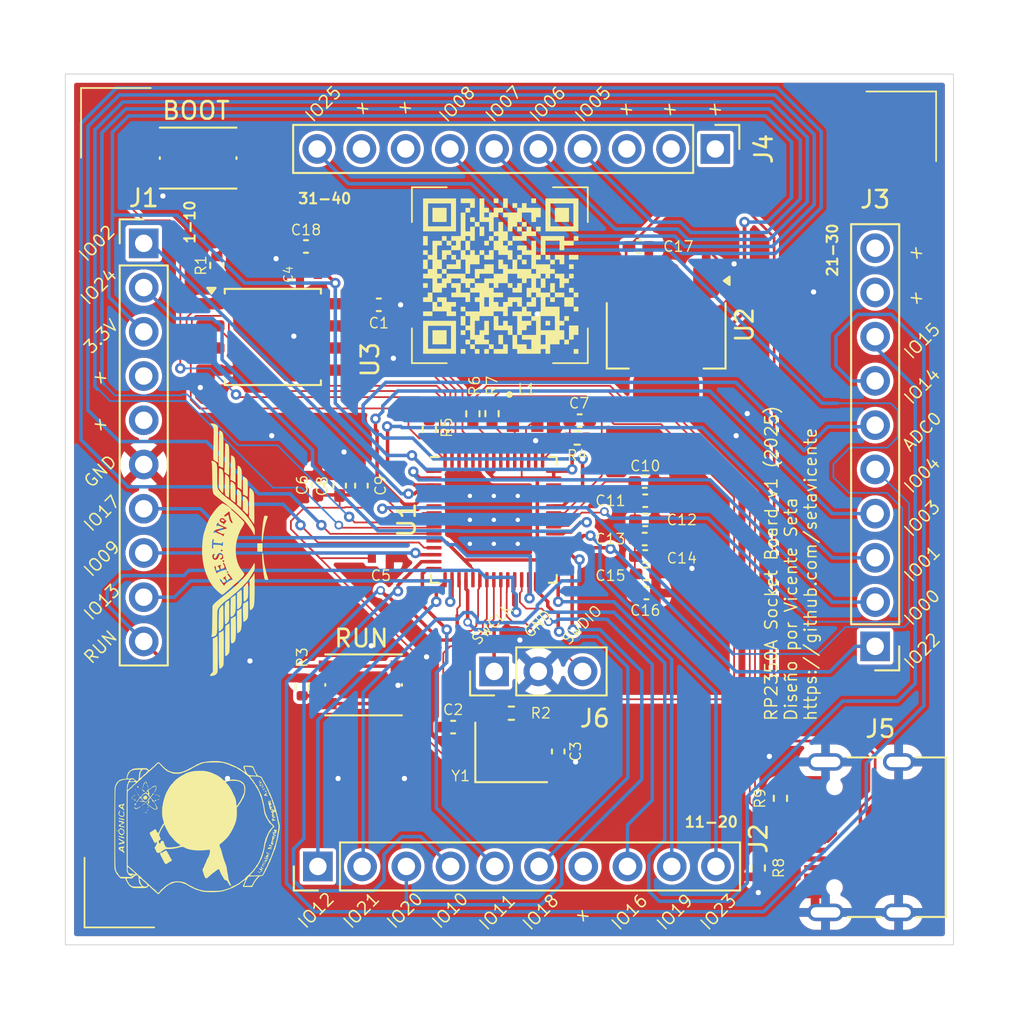
<source format=kicad_pcb>
(kicad_pcb (version 20241229) (generator "pcbnew") (generator_version "9.0")
  (title_block (title "RP2350A Socket Board") (date "2025-07-02") (rev "1") (company "EEST N7"))
  (layers (0 "F.Cu" signal) (2 "B.Cu" signal) (13 "F.Paste" user) (15 "B.Paste" user) (5 "F.SilkS" user "F.Silkscreen") (7 "B.SilkS" user "B.Silkscreen") (1 "F.Mask" user) (3 "B.Mask" user) (25 "Edge.Cuts" user))
  (net 0 "")
  (net 2 "GND")
  (net 3 "+3V3")
  (net 4 "VBUS")
  (net 5 "/USB_D-")
  (net 6 "/USB_D+")
  (net 7 "/GPIO0")
  (net 8 "/GPIO1")
  (net 9 "/GPIO2")
  (net 10 "/GPIO3")
  (net 11 "/GPIO4")
  (net 12 "/GPIO5")
  (net 13 "/GPIO6")
  (net 14 "/GPIO7")
  (net 15 "/GPIO8")
  (net 16 "/GPIO9")
  (net 17 "/GPIO10")
  (net 18 "/GPIO11")
  (net 19 "/GPIO12")
  (net 20 "/GPIO13")
  (net 21 "/GPIO14")
  (net 22 "/GPIO15")
  (net 23 "/GPIO29_ADC3")
  (net 24 "/GPIO28_ADC2")
  (net 25 "/GPIO27_ADC1")
  (net 26 "/GPIO26_ADC0")
  (net 27 "/GPIO25")
  (net 28 "/GPIO24")
  (net 29 "/GPIO23")
  (net 30 "/GPIO22")
  (net 31 "/GPIO21")
  (net 32 "/GPIO20")
  (net 33 "/GPIO19")
  (net 34 "/GPIO18")
  (net 35 "/GPIO17")
  (net 36 "/GPIO16")
  (net 37 "/RUN")
  (net 38 "/SWD")
  (net 39 "/SWCLK")
  (net 40 "/QSPI_SD1")
  (net 41 "/QSPI_SD2")
  (net 42 "/QSPI_SD0")
  (net 43 "/QSPI_SCLK")
  (net 44 "/QSPI_SD3")
  (net 45 "Net-(U1-USB_DP)")
  (net 46 "/QSPI_SS")
  (net 47 "Net-(U1-USB_DM)")
  (net 48 "+1V1")
  (net 49 "/VREG_LX")
  (net 50 "/VREG_AVDD")
  (net 52 "/~{USB_BOOT}")
  (net 53 "/XIN")
  (net 54 "/XOUT")
  (net 64 "Net-(J5-CC1)")
  (net 65 "Net-(J5-CC2)")
  (net 67 "Net-(C3-Pad1)")
  (net 68 "Net-(R3-Pad1)")
  (footprint "Resistor_SMD:R_0402_1005Metric" (layer "F.Cu") (at 146 87 -90)
    (property "Reference" "R7")
    (property "Value" "27")
  )
  (footprint "Capacitor_SMD:C_0402_1005Metric_Pad0.74x0.62mm_HandSolder" (layer "F.Cu") (at 135.3175 77.4 180)
    (property "Reference" "C18")
    (property "Value" "10u")
  )
  (footprint "Capacitor_SMD:C_0402_1005Metric_Pad0.74x0.62mm_HandSolder" (layer "F.Cu") (at 154.8 93.1)
    (property "Reference" "C12")
    (property "Value" "100n")
  )
  (footprint "Capacitor_SMD:C_0402_1005Metric_Pad0.74x0.62mm_HandSolder" (layer "F.Cu") (at 154.8 95.2)
    (property "Reference" "C14")
    (property "Value" "100n")
  )
  (footprint "RP2350:L_pol_2016" (layer "F.Cu") (at 147.9 87.2)
    (property "Reference" "L1")
    (property "Value" "3.3u")
  )
  (footprint "Capacitor_SMD:C_0402_1005Metric_Pad0.74x0.62mm_HandSolder" (layer "F.Cu") (at 137.25 91.1325 90)
    (property "Reference" "C8")
    (property "Value" "4.7u")
  )
  (footprint "Capacitor_SMD:C_0402_1005Metric_Pad0.74x0.62mm_HandSolder" (layer "F.Cu") (at 138.5 91.1325 90)
    (property "Reference" "C9")
    (property "Value" "100n")
  )
  (footprint "Crystal:Crystal_SMD_3225-4Pin_3.2x2.5mm" (layer "F.Cu") (at 147.1 106.45)
    (property "Reference" "Y1")
    (property "Value" "ABM8-272-T3")
  )
  (footprint "Package_SO:SOIC-8_5.3x5.3mm_P1.27mm" (layer "F.Cu") (at 133.4125 82.595)
    (property "Reference" "U3")
    (property "Value" "W25Q128JVS")
  )
  (footprint "Capacitor_SMD:C_0402_1005Metric_Pad0.74x0.62mm_HandSolder" (layer "F.Cu") (at 151.0325 87.4)
    (property "Reference" "C7")
    (property "Value" "4.7u")
  )
  (footprint "Capacitor_SMD:C_0402_1005Metric_Pad0.74x0.62mm_HandSolder" (layer "F.Cu") (at 154.8 92)
    (property "Reference" "C11")
    (property "Value" "100n")
  )
  (footprint "Capacitor_SMD:C_0402_1005Metric_Pad0.74x0.62mm_HandSolder" (layer "F.Cu") (at 154.4325 77.4)
    (property "Reference" "C17")
    (property "Value" "10u")
  )
  (footprint "Resistor_SMD:R_0402_1005Metric" (layer "F.Cu") (at 147.11 104.2)
    (property "Reference" "R2")
    (property "Value" "1k")
  )
  (footprint "images:qr" (layer "F.Cu") (at 146.5 79.1)
    (property "Reference" "G***" (hide yes))
    (property "Value" "LOGO" (hide yes))
  )
  (footprint "Capacitor_SMD:C_0402_1005Metric_Pad0.74x0.62mm_HandSolder" (layer "F.Cu") (at 143.7675 105)
    (property "Reference" "C2")
    (property "Value" "15p")
  )
  (footprint "Capacitor_SMD:C_0402_1005Metric_Pad0.74x0.62mm_HandSolder" (layer "F.Cu") (at 154.7675 90.9)
    (property "Reference" "C10")
    (property "Value" "100n")
  )
  (footprint "RP2350:C_0402_1005Metric_small_pads" (layer "F.Cu") (at 139.615 95.3)
    (property "Reference" "C5")
    (property "Value" "4.7u")
  )
  (footprint "Resistor_SMD:R_0402_1005Metric" (layer "F.Cu") (at 150.89 88.4 180)
    (property "Reference" "R4")
    (property "Value" "33")
  )
  (footprint "Connector_PinHeader_2.54mm:PinHeader_1x03_P2.54mm_Vertical" (layer "F.Cu") (at 146.12 101.8 90)
    (property "Reference" "J6")
    (property "Value" "SM03B-SRSS-TB")
  )
  (footprint "Capacitor_SMD:C_0402_1005Metric_Pad0.74x0.62mm_HandSolder" (layer "F.Cu") (at 154.7675 94.2)
    (property "Reference" "C13")
    (property "Value" "100n")
  )
  (footprint "Connector_PinHeader_2.54mm:PinHeader_1x10_P2.54mm_Vertical" (layer "F.Cu") (at 136 113 90)
    (property "Reference" "J2")
    (property "Value" "Screw_Terminal_01x10")
  )
  (footprint "Resistor_SMD:R_0402_1005Metric" (layer "F.Cu") (at 162.56 109.09 90)
    (property "Reference" "R9")
    (property "Value" "5.1kΩ")
  )
  (footprint "images:eestn7_logo" (layer "F.Cu") (at 131.2 94.84 90)
    (property "Reference" "G***" (hide yes))
    (property "Value" "LOGO" (hide yes))
  )
  (footprint "images:avionica_logo" (layer "F.Cu") (at 129 110.8 90)
    (property "Reference" "G***" (hide yes))
    (property "Value" "LOGO" (hide yes))
  )
  (footprint "Connector_USB:USB_C_Receptacle_G-Switch_GT-USB-7010ASV" (layer "F.Cu") (at 168.275 111.32 90)
    (property "Reference" "J5")
    (property "Value" "USB_C_Receptacle")
  )
  (footprint "Package_TO_SOT_SMD:SOT-223-3_TabPin2" (layer "F.Cu") (at 156 82.5 -90)
    (property "Reference" "U2")
    (property "Value" "NCP1117-3.3_SOT223")
  )
  (footprint "Capacitor_SMD:C_0402_1005Metric_Pad0.74x0.62mm_HandSolder" (layer "F.Cu") (at 149.8 106.4 -90)
    (property "Reference" "C3")
    (property "Value" "15p")
  )
  (footprint "RP2350:C_0402_1005Metric_small_pads" (layer "F.Cu") (at 135.485 79 180)
    (property "Reference" "C4")
    (property "Value" "4.7u")
  )
  (footprint "Capacitor_SMD:C_0402_1005Metric_Pad0.74x0.62mm_HandSolder" (layer "F.Cu") (at 154.8325 96.2)
    (property "Reference" "C15")
    (property "Value" "100n")
  )
  (footprint "Resistor_SMD:R_0402_1005Metric" (layer "F.Cu") (at 142.4 87.91 90)
    (property "Reference" "R5")
    (property "Value" "1k")
  )
  (footprint "Capacitor_SMD:C_0402_1005Metric_Pad0.74x0.62mm_HandSolder" (layer "F.Cu") (at 136 91.1 90)
    (property "Reference" "C6")
    (property "Value" "100n")
  )
  (footprint "Resistor_SMD:R_0402_1005Metric" (layer "F.Cu") (at 130.2 78.49 -90)
    (property "Reference" "R1")
    (property "Value" "10k")
  )
  (footprint "Resistor_SMD:R_0402_1005Metric" (layer "F.Cu") (at 135.1 102.69 90)
    (property "Reference" "R3")
    (property "Value" "1k")
  )
  (footprint "Connector_PinHeader_2.54mm:PinHeader_1x10_P2.54mm_Vertical" (layer "F.Cu") (at 158.82 71.8 -90)
    (property "Reference" "J4")
    (property "Value" "Screw_Terminal_01x10")
  )
  (footprint "Capacitor_SMD:C_0402_1005Metric_Pad0.74x0.62mm_HandSolder" (layer "F.Cu") (at 139.5 80.75)
    (property "Reference" "C1")
    (property "Value" "100n")
  )
  (footprint "Button_Switch_SMD:SW_Push_1P1T_NO_Vertical_Wuerth_434133025816" (layer "F.Cu") (at 138.625 102.575 180)
    (property "Reference" "RUN")
    (property "Value" "SW_Push")
  )
  (footprint "Connector_PinHeader_2.54mm:PinHeader_1x10_P2.54mm_Vertical" (layer "F.Cu") (at 168 100.36 180)
    (property "Reference" "J3")
    (property "Value" "Screw_Terminal_01x10")
  )
  (footprint "Capacitor_SMD:C_0402_1005Metric_Pad0.74x0.62mm_HandSolder" (layer "F.Cu") (at 154.8675 97.3)
    (property "Reference" "C16")
    (property "Value" "100n")
  )
  (footprint "Button_Switch_SMD:SW_Push_1P1T_NO_Vertical_Wuerth_434133025816" (layer "F.Cu") (at 129.125 72.325 180)
    (property "Reference" "BOOT")
    (property "Value" "SW_Push")
  )
  (footprint "Connector_PinHeader_2.54mm:PinHeader_1x10_P2.54mm_Vertical" (layer "F.Cu") (at 126 77.22)
    (property "Reference" "J1")
    (property "Value" "Screw_Terminal_01x10")
  )
  (footprint "RP2350:RP2350-QFN-60-1EP_7x7_P0.4mm_EP3.4x3.4mm_ThermalVias" (layer "F.Cu") (at 146.1035 93.1)
    (property "Reference" "U1")
    (property "Value" "RP2350_60QFN")
  )
  (footprint "Resistor_SMD:R_0402_1005Metric" (layer "F.Cu") (at 161.29 113.09 -90)
    (property "Reference" "R8")
    (property "Value" "5.1kΩ")
  )
  (footprint "Resistor_SMD:R_0402_1005Metric" (layer "F.Cu") (at 144.9 87.01 -90)
    (property "Reference" "R6")
    (property "Value" "27")
  )
  (gr_line (start 122.6 116.5) (end 126.6 116.5) (stroke (width 0.1)) (layer "F.SilkS"))
  (gr_line (start 122.6 116.5) (end 122.6 112.5) (stroke (width 0.1)) (layer "F.SilkS"))
  (gr_line (start 122.4 68.3) (end 122.4 72.3) (stroke (width 0.1)) (layer "F.SilkS"))
  (gr_line (start 122.4 68.3) (end 126.4 68.3) (stroke (width 0.1)) (layer "F.SilkS"))
  (gr_line (start 141.4 84.1) (end 143.4 84.1) (stroke (width 0.1)) (layer "F.SilkS"))
  (gr_line (start 151.5 84.1) (end 151.5 82.1) (stroke (width 0.1)) (layer "F.SilkS"))
  (gr_line (start 141.4 84.1) (end 141.4 82.1) (stroke (width 0.1)) (layer "F.SilkS"))
  (gr_line (start 151.5 74) (end 151.5 76) (stroke (width 0.1)) (layer "F.SilkS"))
  (gr_line (start 171.5 68.5) (end 167.5 68.5) (stroke (width 0.1)) (layer "F.SilkS"))
  (gr_line (start 151.5 84.1) (end 149.5 84.1) (stroke (width 0.1)) (layer "F.SilkS"))
  (gr_line (start 171.5 68.5) (end 171.5 72.5) (stroke (width 0.1)) (layer "F.SilkS"))
  (gr_line (start 141.4 74) (end 143.4 74) (stroke (width 0.1)) (layer "F.SilkS"))
  (gr_line (start 141.4 74) (end 141.4 76) (stroke (width 0.1)) (layer "F.SilkS"))
  (gr_line (start 151.5 74) (end 149.5 74) (stroke (width 0.1)) (layer "F.SilkS"))
  (gr_rect (start 121.5 67.5) (end 172.5 117.5) (stroke (width 0.05)) (fill no) (layer "Edge.Cuts"))
  (gr_text "x" (at 141 69.9 45) (layer "F.SilkS") (effects (font (size 0.7 0.7) (thickness 0.0875)) (justify left bottom)))
  (gr_text "x" (at 138.8 69.7 45) (layer "F.SilkS") (effects (font (size 0.7 0.7) (thickness 0.0875)) (justify bottom)))
  (gr_text "IO22" (at 170.1 101.8 45) (layer "F.SilkS") (effects (font (size 0.7 0.7) (thickness 0.0875)) (justify left bottom)))
  (gr_text "IO16" (at 153.3 116.8 45) (layer "F.SilkS") (effects (font (size 0.7 0.7) (thickness 0.0875)) (justify left bottom)))
  (gr_text "IO18" (at 148.2 116.8 45) (layer "F.SilkS") (effects (font (size 0.7 0.7) (thickness 0.0875)) (justify left bottom)))
  (gr_text "IO00" (at 170.1 99.3 45) (layer "F.SilkS") (effects (font (size 0.7 0.7) (thickness 0.0875)) (justify left bottom)))
  (gr_text "31-40" (at 134.8 75 0) (layer "F.SilkS") (effects (font (size 0.6 0.6) (thickness 0.12) (bold yes)) (justify left bottom)))
  (gr_text "IO24" (at 123.7 80 45) (layer "F.SilkS") (effects (font (size 0.7 0.7) (thickness 0.0875)) (justify bottom)))
  (gr_text "21-30" (at 165.9 79.2 90) (layer "F.SilkS") (effects (font (size 0.6 0.6) (thickness 0.12) (bold yes)) (justify left bottom)))
  (gr_text "x" (at 158.8 70 45) (layer "F.SilkS") (effects (font (size 0.7 0.7) (thickness 0.0875)) (justify left bottom)))
  (gr_text "IO17" (at 123 93.9 45) (layer "F.SilkS") (effects (font (size 0.7 0.7) (thickness 0.0875)) (justify left bottom)))
  (gr_text "ADC0" (at 170 89.3 45) (layer "F.SilkS") (effects (font (size 0.7 0.7) (thickness 0.0875)) (justify left bottom)))
  (gr_text "11-20" (at 157 110.8 0) (layer "F.SilkS") (effects (font (size 0.6 0.6) (thickness 0.12) (bold yes)) (justify left bottom)))
  (gr_text "x" (at 170.6 80.6 45) (layer "F.SilkS") (effects (font (size 0.7 0.7) (thickness 0.0875)) (justify bottom)))
  (gr_text "IO11" (at 145.7 116.8 45) (layer "F.SilkS") (effects (font (size 0.7 0.7) (thickness 0.0875)) (justify left bottom)))
  (gr_text "IO15" (at 170.1 84 45) (layer "F.SilkS") (effects (font (size 0.7 0.7) (thickness 0.0875)) (justify left bottom)))
  (gr_text "GND" (at 123 91.4 45) (layer "F.SilkS") (effects (font (size 0.7 0.7) (thickness 0.0875)) (justify left bottom)))
  (gr_text "IO20" (at 140.4 116.7 45) (layer "F.SilkS") (effects (font (size 0.7 0.7) (thickness 0.0875)) (justify left bottom)))
  (gr_text "SWCLK" (at 145.2 100.4 45) (layer "F.SilkS") (effects (font (size 0.6 0.6) (thickness 0.075)) (justify left bottom)))
  (gr_text "x" (at 123.5 88.1 45) (layer "F.SilkS") (effects (font (size 0.7 0.7) (thickness 0.0875)) (justify left bottom)))
  (gr_text "x" (at 123.5 85.4 45) (layer "F.SilkS") (effects (font (size 0.7 0.7) (thickness 0.0875)) (justify left bottom)))
  (gr_text "IO10" (at 143 116.7 45) (layer "F.SilkS") (effects (font (size 0.7 0.7) (thickness 0.0875)) (justify left bottom)))
  (gr_text "RP2350A Socket Board v1 (2025)\nDiseño por Vicente Seta\nhttps://github.com/setavicente" (at 164.7 104.7 90) (layer "F.SilkS") (effects (font (size 0.7 0.7) (thickness 0.0875)) (justify left bottom)))
  (gr_text "SWDIO" (at 150.4 100.4 45) (layer "F.SilkS") (effects (font (size 0.6 0.6) (thickness 0.075)) (justify left bottom)))
  (gr_text "IO14" (at 170.1 86.6 45) (layer "F.SilkS") (effects (font (size 0.7 0.7) (thickness 0.0875)) (justify left bottom)))
  (gr_text "3.3V" (at 123 83.7 45) (layer "F.SilkS") (effects (font (size 0.7 0.7) (thickness 0.0875)) (justify left bottom)))
  (gr_text "IO23" (at 158.4 116.8 45) (layer "F.SilkS") (effects (font (size 0.7 0.7) (thickness 0.0875)) (justify left bottom)))
  (gr_text "IO09" (at 123 96.5 45) (layer "F.SilkS") (effects (font (size 0.7 0.7) (thickness 0.0875)) (justify left bottom)))
  (gr_text "IO13" (at 123 99 45) (layer "F.SilkS") (effects (font (size 0.7 0.7) (thickness 0.0875)) (justify left bottom)))
  (gr_text "x" (at 170.6 78 45) (layer "F.SilkS") (effects (font (size 0.7 0.7) (thickness 0.0875)) (justify bottom)))
  (gr_text "x" (at 156.2 70 45) (layer "F.SilkS") (effects (font (size 0.7 0.7) (thickness 0.0875)) (justify left bottom)))
  (gr_text "IO12" (at 135.3 116.7 45) (layer "F.SilkS") (effects (font (size 0.7 0.7) (thickness 0.0875)) (justify left bottom)))
  (gr_text "IO06" (at 148.6 70.4 45) (layer "F.SilkS") (effects (font (size 0.7 0.7) (thickness 0.0875)) (justify left bottom)))
  (gr_text "IO02" (at 123.6 77.5 45) (layer "F.SilkS") (effects (font (size 0.7 0.7) (thickness 0.0875)) (justify bottom)))
  (gr_text "RUN" (at 123 101.5 45) (layer "F.SilkS") (effects (font (size 0.7 0.7) (thickness 0.0875)) (justify left bottom)))
  (gr_text "IO01" (at 170.1 96.8 45) (layer "F.SilkS") (effects (font (size 0.7 0.7) (thickness 0.0875)) (justify left bottom)))
  (gr_text "IO03" (at 170.1 94.2 45) (layer "F.SilkS") (effects (font (size 0.7 0.7) (thickness 0.0875)) (justify left bottom)))
  (gr_text "IO07" (at 146.065 70.4 45) (layer "F.SilkS") (effects (font (size 0.7 0.7) (thickness 0.0875)) (justify left bottom)))
  (gr_text "IO04" (at 170.1 91.7 45) (layer "F.SilkS") (effects (font (size 0.7 0.7) (thickness 0.0875)) (justify left bottom)))
  (gr_text "x" (at 151.2 116.3 45) (layer "F.SilkS") (effects (font (size 0.7 0.7) (thickness 0.0875)) (justify left bottom)))
  (gr_text "IO05" (at 151.2 70.4 45) (layer "F.SilkS") (effects (font (size 0.7 0.7) (thickness 0.0875)) (justify left bottom)))
  (gr_text "x" (at 153.7 70 45) (layer "F.SilkS") (effects (font (size 0.7 0.7) (thickness 0.0875)) (justify left bottom)))
  (gr_text "IO19" (at 155.9 116.8 45) (layer "F.SilkS") (effects (font (size 0.7 0.7) (thickness 0.0875)) (justify left bottom)))
  (gr_text "1-10" (at 129 77.3 90) (layer "F.SilkS") (effects (font (size 0.6 0.6) (thickness 0.12) (bold yes)) (justify left bottom)))
  (gr_text "IO21" (at 137.9 116.7 45) (layer "F.SilkS") (effects (font (size 0.7 0.7) (thickness 0.0875)) (justify left bottom)))
  (gr_text "IO25" (at 136.6 69.5 45) (layer "F.SilkS") (effects (font (size 0.7 0.7) (thickness 0.0875)) (justify bottom)))
  (gr_text "IO08" (at 143.4 70.4 45) (layer "F.SilkS") (effects (font (size 0.7 0.7) (thickness 0.0875)) (justify left bottom)))
  (gr_text "GND" (at 148.2 100 45) (layer "F.SilkS") (effects (font (size 0.6 0.6) (thickness 0.075)) (justify left bottom)))
  (segment (start 159.9 78.9) (end 159.45 79.35) (width 0.15) (layer "F.Cu") (net 2))
  (segment (start 145.4 105) (end 146 105.6) (width 0.1) (layer "F.Cu") (net 2))
  (segment (start 129.825 84.5) (end 129.25 85.075) (width 0.2) (layer "F.Cu") (net 2))
  (segment (start 148.849998 88.550002) (end 148.5035 88.550002) (width 0.1) (layer "F.Cu") (net 2))
  (segment (start 159.9 78.4) (end 159.9 78.9) (width 0.15) (layer "F.Cu") (net 2))
  (segment (start 167 107) (end 167.1 107.1) (width 0.2) (layer "F.Cu") (net 2))
  (segment (start 129.25 85.25) (end 129.25 85.5) (width 0.2) (layer "F.Cu") (net 2))
  (segment (start 163.62 108.12) (end 163.3 107.8) (width 0.2) (layer "F.Cu") (net 2))
  (segment (start 159.9 78.4) (end 159.2 78.4) (width 0.15) (layer "F.Cu") (net 2))
  (segment (start 140.75 80.75) (end 140.85 80.75) (width 0.2) (layer "F.Cu") (net 2))
  (segment (start 133.6 78.1) (end 133.6 78.35) (width 0.2) (layer "F.Cu") (net 2))
  (segment (start 148.3 107.3) (end 148.6325 106.9675) (width 0.1) (layer "F.Cu") (net 2))
  (segment (start 165.15 107) (end 167 107) (width 0.2) (layer "F.Cu") (net 2))
  (segment (start 129.25 85.075) (end 129.25 85.25) (width 0.2) (layer "F.Cu") (net 2))
  (segment (start 133.6 78.35) (end 134.25 79) (width 0.2) (layer "F.Cu") (net 2))
  (segment (start 150.8 107) (end 150.7675 106.9675) (width 0.1) (layer "F.Cu") (net 2))
  (segment (start 149.4 88) (end 148.849998 88.550002) (width 0.1) (layer "F.Cu") (net 2))
  (segment (start 127.05 74.45) (end 127.1 74.5) (width 0.2) (layer "F.Cu") (net 2))
  (segment (start 136 90.5325) (end 138.4675 90.5325) (width 0.1) (layer "F.Cu") (net 2))
  (segment (start 148.6325 106.9675) (end 149.8 106.9675) (width 0.1) (layer "F.Cu") (net 2))
  (segment (start 159.2 78.4) (end 158.2 77.4) (width 0.15) (layer "F.Cu") (net 2))
  (segment (start 148.5035 88.7465) (end 148.5035 88.550002) (width 0.2) (layer "F.Cu") (net 2))
  (segment (start 162.56 108.58) (end 162.56 107.315) (width 0.2) (layer "F.Cu") (net 2))
  (segment (start 148.66 101.8) (end 147.6 100.74) (width 0.1) (layer "F.Cu") (net 2))
  (segment (start 158.2 77.4) (end 155 77.4) (width 0.15) (layer "F.Cu") (net 2))
  (segment (start 127.05 73.4) (end 127.05 74.45) (width 0.2) (layer "F.Cu") (net 2))
  (segment (start 164.55 108.12) (end 163.62 108.12) (width 0.2) (layer "F.Cu") (net 2))
  (segment (start 151.6 87.4) (end 151.039 86.839) (width 0.1) (layer "F.Cu") (net 2))
  (segment (start 146.5 105.6) (end 148.2 107.3) (width 0.1) (layer "F.Cu") (net 2))
  (segment (start 127.05 73.4) (end 131.2 73.4) (width 0.2) (layer "F.Cu") (net 2))
  (segment (start 138.4675 90.5325) (end 138.5 90.565) (width 0.1) (layer "F.Cu") (net 2))
  (segment (start 148.5035 89.6625) (end 148.5035 88.550002) (width 0.2) (layer "F.Cu") (net 2))
  (segment (start 148.2 107.3) (end 148.3 107.3) (width 0.1) (layer "F.Cu") (net 2))
  (segment (start 151.039 86.839) (end 149.961 86.839) (width 0.1) (layer "F.Cu") (net 2))
  (segment (start 159.45 79.35) (end 158.3 79.35) (width 0.15) (layer "F.Cu") (net 2))
  (segment (start 134 77.7) (end 134.45 77.7) (width 0.2) (layer "F.Cu") (net 2))
  (segment (start 134.45 77.7) (end 134.75 77.4) (width 0.2) (layer "F.Cu") (net 2))
  (segment (start 149.4 87.4) (end 149.4 88) (width 0.1) (layer "F.Cu") (net 2))
  (segment (start 140.0675 80.75) (end 140.75 80.75) (width 0.2) (layer "F.Cu") (net 2))
  (segment (start 149.8 106.9675) (end 150.7675 106.9675) (width 0.1) (layer "F.Cu") (net 2))
  (segment (start 134.25 79) (end 134.97 79) (width 0.2) (layer "F.Cu") (net 2))
  (segment (start 144.335 105) (end 145.4 105) (width 0.1) (layer "F.Cu") (net 2))
  (segment (start 133.6 78.1) (end 134 77.7) (width 0.2) (layer "F.Cu") (net 2))
  (segment (start 149.961 86.839) (end 149.4 87.4) (width 0.1) (layer "F.Cu") (net 2))
  (segment (start 162.56 107.315) (end 161.925 106.68) (width 0.2) (layer "F.Cu") (net 2))
  (segment (start 165.15 107) (end 163.6 107) (width 0.2) (layer "F.Cu") (net 2))
  (segment (start 148.5 88.75) (end 148.5035 88.7465) (width 0.2) (layer "F.Cu") (net 2))
  (segment (start 146 105.6) (end 146.5 105.6) (width 0.1) (layer "F.Cu") (net 2))
  (segment (start 147.6 100.74) (end 147.6 100) (width 0.1) (layer "F.Cu") (net 2))
  (via (at 161.29 114.5) (size 0.6) (drill 0.3) (layers "F.Cu" "B.Cu") (net 2))
  (via (at 130.81 107.95) (size 0.6) (drill 0.3) (layers "F.Cu" "B.Cu") (net 2))
  (via (at 137.16 107.95) (size 0.6) (drill 0.3) (layers "F.Cu" "B.Cu") (net 2))
  (via (at 159.9 78.4) (size 0.6) (drill 0.3) (layers "F.Cu" "B.Cu") (net 2))
  (via (at 148.59 81.28) (size 0.6) (drill 0.3) (layers "F.Cu" "B.Cu") (net 2))
  (via (at 147.6 100) (size 0.6) (drill 0.3) (layers "F.Cu" "B.Cu") (net 2))
  (via (at 137.5 89.2) (size 0.6) (drill 0.3) (layers "F.Cu" "B.Cu") (net 2))
  (via (at 142.24 100.965) (size 0.6) (drill 0.3) (layers "F.Cu" "B.Cu") (net 2))
  (via (at 160.02 88.265) (size 0.6) (drill 0.3) (layers "F.Cu" "B.Cu") (net 2))
  (via (at 133.35 88.265) (size 0.6) (drill 0.3) (layers "F.Cu" "B.Cu") (net 2))
  (via (at 140.97 107.95) (size 0.6) (drill 0.3) (layers "F.Cu" "B.Cu") (net 2))
  (via (at 132.1 101.2) (size 0.6) (drill 0.3) (layers "F.Cu" "B.Cu") (net 2))
  (via (at 139.065 100.33) (size 0.6) (drill 0.3) (layers "F.Cu" "B.Cu") (net 2))
  (via (at 133.6 78.1) (size 0.6) (drill 0.3) (layers "F.Cu" "B.Cu") (net 2))
  (via (at 164.465 80.01) (size 0.6) (drill 0.3) (layers "F.Cu" "B.Cu") (net 2))
  (via (at 129.25 85.5) (size 0.6) (drill 0.3) (layers "F.Cu" "B.Cu") (net 2))
  (via (at 161.925 106.68) (size 0.6) (drill 0.3) (layers "F.Cu" "B.Cu") (net 2))
  (via (at 140.335 83.82) (size 0.6) (drill 0.3) (layers "F.Cu" "B.Cu") (net 2))
  (via (at 157.48 95.885) (size 0.6) (drill 0.3) (layers "F.Cu" "B.Cu") (net 2))
  (via (at 148.5035 88.550002) (size 0.6) (drill 0.3) (layers "F.Cu" "B.Cu") (net 2))
  (via (at 140.6 102.6) (size 0.6) (drill 0.3) (layers "F.Cu" "B.Cu") (net 2))
  (via (at 140.75 80.75) (size 0.6) (drill 0.3) (layers "F.Cu" "B.Cu") (net 2))
  (via (at 127.1 74.5) (size 0.6) (drill 0.3) (layers "F.Cu" "B.Cu") (net 2))
  (via (at 150.8 107) (size 0.6) (drill 0.3) (layers "F.Cu" "B.Cu") (net 2))
  (via (at 160.655 86.995) (size 0.6) (drill 0.3) (layers "F.Cu" "B.Cu") (net 2))
  (via (at 134.62 82.55) (size 0.6) (drill 0.3) (layers "F.Cu" "B.Cu") (net 2))
  (segment (start 163.4 107) (end 163.2 107.2) (width 0.2) (layer "B.Cu") (net 2))
  (segment (start 165.15 105.85) (end 165.4 105.6) (width 0.2) (layer "B.Cu") (net 2))
  (segment (start 165.15 107) (end 165.15 107.95) (width 0.2) (layer "B.Cu") (net 2))
  (segment (start 165.15 107) (end 165.15 105.85) (width 0.2) (layer "B.Cu") (net 2))
  (segment (start 165.15 107.95) (end 164.6 108.5) (width 0.2) (layer "B.Cu") (net 2))
  (segment (start 167.0915 107.0915) (end 167.0915 107.3) (width 0.2) (layer "B.Cu") (net 2))
  (segment (start 167 107) (end 167.0915 107.0915) (width 0.2) (layer "B.Cu") (net 2))
  (segment (start 163.4 107) (end 165.15 107) (width 0.2) (layer "B.Cu") (net 2))
  (segment (start 165.15 107) (end 167 107) (width 0.2) (layer "B.Cu") (net 2))
  (segment (start 149.541 93.1) (end 150.306946 93.1) (width 0.1) (layer "F.Cu") (net 3))
  (segment (start 148.6 95.684718) (end 148.8 95.884718) (width 0.1) (layer "F.Cu") (net 3))
  (segment (start 148.8 95.884718) (end 148.8 95.969436) (width 0.1) (layer "F.Cu") (net 3))
  (segment (start 144.9035 95.9035) (end 144.75175 95.75175) (width 0.1) (layer "F.Cu") (net 3))
  (segment (start 156 79.4) (end 159.125 82.525) (width 0.2) (layer "F.Cu") (net 3))
  (segment (start 148.8 90.7) (end 149.541 90.7) (width 0.2) (layer "F.Cu") (net 3))
  (segment (start 145.7035 90.3035) (end 145.8 90.4) (width 0.2) (layer "F.Cu") (net 3))
  (segment (start 160.5 81.15) (end 159.125 82.525) (width 0.2) (layer "F.Cu") (net 3))
  (segment (start 150.306946 93.1) (end 152.506946 90.9) (width 0.1) (layer "F.Cu") (net 3))
  (segment (start 137 79.5) (end 137 80.69) (width 0.2) (layer "F.Cu") (net 3))
  (segment (start 135.885 77.4) (end 135.885 78.885) (width 0.2) (layer "F.Cu") (net 3))
  (segment (start 135.4 76.7) (end 131.4 76.7) (width 0.2) (layer "F.Cu") (net 3))
  (segment (start 160.5 75.997) (end 160.5 81.15) (width 0.2) (layer "F.Cu") (net 3))
  (segment (start 146 90.4) (end 146.1035 90.2965) (width 0.2) (layer "F.Cu") (net 3))
  (segment (start 144.75175 95.75175) (end 144.4 95.4) (width 0.2) (layer "F.Cu") (net 3))
  (segment (start 148.8545 96.023936) (end 148.8545 96.4885) (width 0.1) (layer "F.Cu") (net 3))
  (segment (start 148.8 95.969436) (end 148.8545 96.023936) (width 0.1) (layer "F.Cu") (net 3))
  (segment (start 137.06 80.75) (end 137 80.69) (width 0.2) (layer "F.Cu") (net 3))
  (segment (start 152.506946 90.9) (end 154.2 90.9) (width 0.1) (layer "F.Cu") (net 3))
  (segment (start 145.7035 89.6625) (end 145.7035 90.3035) (width 0.2) (layer "F.Cu") (net 3))
  (segment (start 148.8 93) (end 148.6 93) (width 0.1) (layer "F.Cu") (net 3))
  (segment (start 149.541 93.1) (end 148.9 93.1) (width 0.1) (layer "F.Cu") (net 3))
  (segment (start 148.6 95.4) (end 144.4 95.4) (width 0.2) (layer "F.Cu") (net 3))
  (segment (start 149.541 90.3) (end 149.541 90.7) (width 0.2) (layer "F.Cu") (net 3))
  (segment (start 146.1035 89.6625) (end 146.1025 89.6625) (width 0.2) (layer "F.Cu") (net 3))
  (segment (start 148.9 93.1) (end 148.8 93) (width 0.1) (layer "F.Cu") (net 3))
  (segment (start 136 79) (end 136.5 79) (width 0.2) (layer "F.Cu") (net 3))
  (segment (start 156.343992 79.35) (end 156 79.35) (width 0.2) (layer "F.Cu") (net 3))
  (segment (start 135.885 77.185) (end 135.4 76.7) (width 0.2) (layer "F.Cu") (net 3))
  (segment (start 130.2 77.9) (end 130.2 77.98) (width 0.2) (layer "F.Cu") (net 3))
  (segment (start 145.8 90.4) (end 146.1 90.7) (width 0.2) (layer "F.Cu") (net 3))
  (segment (start 156 79.35) (end 156 79.4) (width 0.2) (layer "F.Cu") (net 3))
  (segment (start 147.7035 89.6625) (end 147.7035 90.6035) (width 0.1) (layer "F.Cu") (net 3))
  (segment (start 146.1035 90.2965) (end 146.1035 89.6625) (width 0.2) (layer "F.Cu") (net 3))
  (segment (start 150.6 89.2) (end 151.4 88.4) (width 0.2) (layer "F.Cu") (net 3))
  (segment (start 150.5 90.3) (end 150.6 90.2) (width 0.2) (layer "F.Cu") (net 3))
  (segment (start 135.885 78.885) (end 136 79) (width 0.2) (layer "F.Cu") (net 3))
  (segment (start 154.2 90.9) (end 154.2 97.2) (width 0.1) (layer "F.Cu") (net 3))
  (segment (start 154.2 97.2) (end 154.3 97.3) (width 0.1) (layer "F.Cu") (net 3))
  (segment (start 145.8 90.4) (end 146 90.4) (width 0.2) (layer "F.Cu") (net 3))
  (segment (start 148.6 95.4) (end 148.6 95.684718) (width 0.1) (layer "F.Cu") (net 3))
  (segment (start 159.125 82.525) (end 156 85.65) (width 0.2) (layer "F.Cu") (net 3))
  (segment (start 143.3 94.3) (end 142.666 94.3) (width 0.1) (layer "F.Cu") (net 3))
  (segment (start 160.5 75.997) (end 160.5 77.3) (width 0.2) (layer "F.Cu") (net 3))
  (segment (start 142.3 90.3) (end 142.666 90.3) (width 0.2) (layer "F.Cu") (net 3))
  (segment (start 131.4 76.7) (end 130.2 77.9) (width 0.2) (layer "F.Cu") (net 3))
  (segment (start 138.9325 80.75) (end 137.06 80.75) (width 0.2) (layer "F.Cu") (net 3))
  (segment (start 148.8545 96.4885) (end 148.9035 96.5375) (width 0.1) (layer "F.Cu") (net 3))
  (segment (start 147.8 90.7) (end 148.8 90.7) (width 0.2) (layer "F.Cu") (net 3))
  (segment (start 149.541 90.3) (end 150.5 90.3) (width 0.2) (layer "F.Cu") (net 3))
  (segment (start 136.5 79) (end 137 79.5) (width 0.2) (layer "F.Cu") (net 3))
  (segment (start 141.4 89.4) (end 142.3 90.3) (width 0.2) (layer "F.Cu") (net 3))
  (segment (start 144.9035 96.5375) (end 144.9035 95.9035) (width 0.1) (layer "F.Cu") (net 3))
  (segment (start 150.6 90.2) (end 150.6 89.2) (width 0.2) (layer "F.Cu") (net 3))
  (segment (start 148.6 95.4) (end 148.6 90.7) (width 0.2) (layer "F.Cu") (net 3))
  (segment (start 147.7035 90.6035) (end 147.8 90.7) (width 0.1) (layer "F.Cu") (net 3))
  (segment (start 143.4 94.4) (end 143.3 94.3) (width 0.1) (layer "F.Cu") (net 3))
  (segment (start 146.1 90.7) (end 147.8 90.7) (width 0.2) (layer "F.Cu") (net 3))
  (segment (start 144.4 95.4) (end 143.4 94.4) (width 0.2) (layer "F.Cu") (net 3))
  (via (at 160.5 75.997) (size 0.6) (drill 0.3) (layers "F.Cu" "B.Cu") (net 3))
  (via (at 150.6 90.2) (size 0.6) (drill 0.3) (layers "F.Cu" "B.Cu") (net 3))
  (via (at 137 79.5) (size 0.6) (drill 0.3) (layers "F.Cu" "B.Cu") (net 3))
  (via (at 141.4 89.4) (size 0.6) (drill 0.3) (layers "F.Cu" "B.Cu") (net 3))
  (segment (start 161.8 70) (end 162.7 70.9) (width 0.2) (layer "B.Cu") (net 3))
  (segment (start 140 89.4) (end 137 86.4) (width 0.2) (layer "B.Cu") (net 3))
  (segment (start 160.5 75.997) (end 161.803 75.997) (width 0.2) (layer "B.Cu") (net 3))
  (segment (start 124 80.3) (end 126 82.3) (width 0.2) (layer "B.Cu") (net 3))
  (segment (start 133.8 79.5) (end 131.8 79.5) (width 0.2) (layer "B.Cu") (net 3))
  (segment (start 124.2 75.6) (end 124.2 76.55) (width 0.2) (layer "B.Cu") (net 3))
  (segment (start 142.2 90.2) (end 150.6 90.2) (width 0.2) (layer "B.Cu") (net 3))
  (segment (start 163.2 71.4) (end 161.8 70) (width 0.2) (layer "B.Cu") (net 3))
  (segment (start 141.4 89.4) (end 142.2 90.2) (width 0.2) (layer "B.Cu") (net 3))
  (segment (start 125.1322 69.902) (end 124.2 70.8342) (width 0.2) (layer "B.Cu") (net 3))
  (segment (start 132.5 79.5) (end 133.8 79.5) (width 0.2) (layer "B.Cu") (net 3))
  (segment (start 124.2 76.55) (end 124 76.75) (width 0.2) (layer "B.Cu") (net 3))
  (segment (start 131.8 79.5) (end 127.9 75.6) (width 0.2) (layer "B.Cu") (net 3))
  (segment (start 127.9 75.6) (end 124.2 75.6) (width 0.2) (layer "B.Cu") (net 3))
  (segment (start 161.803 75.997) (end 163.2 74.6) (width 0.2) (layer "B.Cu") (net 3))
  (segment (start 161.8 70) (end 161.702 69.902) (width 0.2) (layer "B.Cu") (net 3))
  (segment (start 161.702 69.902) (end 125.1322 69.902) (width 0.2) (layer "B.Cu") (net 3))
  (segment (start 132 79.5) (end 132.5 79.5) (width 0.2) (layer "B.Cu") (net 3))
  (segment (start 163.2 74.6) (end 163.2 71.4) (width 0.2) (layer "B.Cu") (net 3))
  (segment (start 141.4 89.4) (end 140 89.4) (width 0.2) (layer "B.Cu") (net 3))
  (segment (start 124.2 70.8342) (end 124.2 75.6) (width 0.2) (layer "B.Cu") (net 3))
  (segment (start 133.8 79.5) (end 137 79.5) (width 0.2) (layer "B.Cu") (net 3))
  (segment (start 137 86.4) (end 137 79.5) (width 0.2) (layer "B.Cu") (net 3))
  (segment (start 124 76.75) (end 124 80.3) (width 0.2) (layer "B.Cu") (net 3))
  (segment (start 153.865 77.4) (end 153.7 77.565) (width 0.15) (layer "F.Cu") (net 4))
  (segment (start 167.151 109.642008) (end 166.866996 109.358004) (width 0.15) (layer "F.Cu") (net 4))
  (segment (start 167.151 111.76) (end 167.151 109.642008) (width 0.2) (layer "F.Cu") (net 4))
  (segment (start 166.589992 109.081) (end 166.866996 109.358004) (width 0.15) (layer "F.Cu") (net 4))
  (segment (start 168 108.793008) (end 167.151 109.642008) (width 0.15) (layer "F.Cu") (net 4))
  (segment (start 160.738588 75.421) (end 162.2 76.882412) (width 0.15) (layer "F.Cu") (net 4))
  (segment (start 168 106.6) (end 168 108.793008) (width 0.15) (layer "F.Cu") (net 4))
  (segment (start 164.711 109.081) (end 166.589992 109.081) (width 0.15) (layer "F.Cu") (net 4))
  (segment (start 165.191 113.72) (end 167.151 111.76) (width 0.15) (layer "F.Cu") (net 4))
  (segment (start 153.7 77.565) (end 153.7 79.35) (width 0.15) (layer "F.Cu") (net 4))
  (segment (start 164.55 108.92) (end 164.711 109.081) (width 0.15) (layer "F.Cu") (net 4))
  (segment (start 162.2 76.882412) (end 162.2 105.8) (width 0.15) (layer "F.Cu") (net 4))
  (segment (start 155.844 75.421) (end 160.738588 75.421) (width 0.15) (layer "F.Cu") (net 4))
  (segment (start 164.55 113.72) (end 165.191 113.72) (width 0.15) (layer "F.Cu") (net 4))
  (segment (start 167.2 105.8) (end 168 106.6) (width 0.15) (layer "F.Cu") (net 4))
  (segment (start 153.865 77.4) (end 155.844 75.421) (width 0.15) (layer "F.Cu") (net 4))
  (segment (start 162.2 105.8) (end 167.2 105.8) (width 0.15) (layer "F.Cu") (net 4))
  (segment (start 163.679 111.971) (end 163.778 112.07) (width 0.1) (layer "F.Cu") (net 5))
  (segment (start 163.778 112.07) (end 164.55 112.07) (width 0.1) (layer "F.Cu") (net 5))
  (segment (start 154.156976 87.202) (end 156.276322 87.202) (width 0.1) (layer "F.Cu") (net 5))
  (segment (start 146 86.182822) (end 146.481822 85.701) (width 0.1) (layer "F.Cu") (net 5))
  (segment (start 160.8 91.725678) (end 160.8 109.365) (width 0.1) (layer "F.Cu") (net 5))
  (segment (start 146 86.49) (end 146 86.182822) (width 0.1) (layer "F.Cu") (net 5))
  (segment (start 156.276322 87.202) (end 160.8 91.725678) (width 0.1) (layer "F.Cu") (net 5))
  (segment (start 164.55 111.07) (end 163.778 111.07) (width 0.1) (layer "F.Cu") (net 5))
  (segment (start 146.481822 85.701) (end 152.655976 85.701) (width 0.1) (layer "F.Cu") (net 5))
  (segment (start 163.679 111.169) (end 163.679 111.971) (width 0.1) (layer "F.Cu") (net 5))
  (segment (start 152.655976 85.701) (end 154.156976 87.202) (width 0.1) (layer "F.Cu") (net 5))
  (segment (start 160.8 109.365) (end 162.505 111.07) (width 0.1) (layer "F.Cu") (net 5))
  (segment (start 163.778 111.07) (end 163.679 111.169) (width 0.1) (layer "F.Cu") (net 5))
  (segment (start 162.505 111.07) (end 164.55 111.07) (width 0.1) (layer "F.Cu") (net 5))
  (segment (start 152.780654 85.4) (end 145.7 85.4) (width 0.1) (layer "F.Cu") (net 6))
  (segment (start 154.281654 86.901) (end 152.780654 85.4) (width 0.1) (layer "F.Cu") (net 6))
  (segment (start 162.430678 110.57) (end 161.101 109.240322) (width 0.1) (layer "F.Cu") (net 6))
  (segment (start 163.225 110.57) (end 164.55 110.57) (width 0.1) (layer "F.Cu") (net 6))
  (segment (start 165.655 110.57) (end 164.55 110.57) (width 0.15) (layer "F.Cu") (net 6))
  (segment (start 165.735 111.125) (end 165.735 110.65) (width 0.15) (layer "F.Cu") (net 6))
  (segment (start 145.7 85.4) (end 144.9 86.2) (width 0.1) (layer "F.Cu") (net 6))
  (segment (start 161.101 109.240322) (end 161.101 91.601) (width 0.1) (layer "F.Cu") (net 6))
  (segment (start 144.9 86.2) (end 144.9 86.5) (width 0.1) (layer "F.Cu") (net 6))
  (segment (start 156.401 86.901) (end 154.281654 86.901) (width 0.1) (layer "F.Cu") (net 6))
  (segment (start 164.55 111.57) (end 165.29 111.57) (width 0.15) (layer "F.Cu") (net 6))
  (segment (start 161.101 91.601) (end 156.401 86.901) (width 0.1) (layer "F.Cu") (net 6))
  (segment (start 164.55 110.57) (end 162.430678 110.57) (width 0.1) (layer "F.Cu") (net 6))
  (segment (start 165.29 111.57) (end 165.735 111.125) (width 0.15) (layer "F.Cu") (net 6))
  (segment (start 165.735 110.65) (end 165.655 110.57) (width 0.15) (layer "F.Cu") (net 6))
  (segment (start 141.85147 90.7) (end 142.666 90.7) (width 0.2) (layer "F.Cu") (net 7))
  (segment (start 141.481701 90.330231) (end 141.85147 90.7) (width 0.2) (layer "F.Cu") (net 7))
  (via (at 141.481701 90.330231) (size 0.6) (drill 0.3) (layers "F.Cu" "B.Cu") (net 7))
  (segment (start 141.481701 90.481701) (end 141.8 90.8) (width 0.2) (layer "B.Cu") (net 7))
  (segment (start 141.8 90.8) (end 158.52 90.8) (width 0.2) (layer "B.Cu") (net 7))
  (segment (start 158.52 90.8) (end 165.54 97.82) (width 0.2) (layer "B.Cu") (net 7))
  (segment (start 165.54 97.82) (end 168 97.82) (width 0.2) (layer "B.Cu") (net 7))
  (segment (start 141.481701 90.330231) (end 141.481701 90.481701) (width 0.2) (layer "B.Cu") (net 7))
  (segment (start 140 87.756177) (end 139.977292 87.733469) (width 0.2) (layer "F.Cu") (net 8))
  (segment (start 142.666 91.1) (end 141.549943 91.1) (width 0.2) (layer "F.Cu") (net 8))
  (segment (start 141.549943 91.1) (end 141.449943 91) (width 0.2) (layer "F.Cu") (net 8))
  (segment (start 141.449943 91) (end 141.2 91) (width 0.2) (layer "F.Cu") (net 8))
  (segment (start 141.2 91) (end 140 89.8) (width 0.2) (layer "F.Cu") (net 8))
  (segment (start 140 89.8) (end 140 87.756177) (width 0.2) (layer "F.Cu") (net 8))
  (via (at 139.977292 87.733469) (size 0.6) (drill 0.3) (layers "F.Cu" "B.Cu") (net 8))
  (segment (start 139.977292 87.733469) (end 140.757734 87.733469) (width 0.2) (layer "B.Cu") (net 8))
  (segment (start 140.757734 87.733469) (end 140.824265 87.8) (width 0.2) (layer "B.Cu") (net 8))
  (segment (start 140.824265 87.8) (end 158.06 87.8) (width 0.2) (layer "B.Cu") (net 8))
  (segment (start 165.03 94.77) (end 165.54 95.28) (width 0.2) (layer "B.Cu") (net 8))
  (segment (start 165.54 95.28) (end 168 95.28) (width 0.2) (layer "B.Cu") (net 8))
  (segment (start 158.06 87.8) (end 165.03 94.77) (width 0.2) (layer "B.Cu") (net 8))
  (segment (start 141.550057 91.6) (end 141.650057 91.5) (width 0.2) (layer "F.Cu") (net 9))
  (segment (start 141.650057 91.5) (end 142.666 91.5) (width 0.2) (layer "F.Cu") (net 9))
  (segment (start 141.2 91.6) (end 141.550057 91.6) (width 0.2) (layer "F.Cu") (net 9))
  (via (at 141.2 91.6) (size 0.6) (drill 0.3) (layers "F.Cu" "B.Cu") (net 9))
  (segment (start 140.8 91.6) (end 128.2 79) (width 0.2) (layer "B.Cu") (net 9))
  (segment (start 128.2 79) (end 126.42 77.22) (width 0.2) (layer "B.Cu") (net 9))
  (segment (start 141.2 91.6) (end 140.8 91.6) (width 0.2) (layer "B.Cu") (net 9))
  (segment (start 126.42 77.22) (end 126 77.22) (width 0.2) (layer "B.Cu") (net 9))
  (segment (start 141.599 92.201) (end 141.8 92) (width 0.2) (layer "F.Cu") (net 10))
  (segment (start 142.130726 91.9) (end 142.666 91.9) (width 0.2) (layer "F.Cu") (net 10))
  (segment (start 139.4 90.649943) (end 140.951057 92.201) (width 0.2) (layer "F.Cu") (net 10))
  (segment (start 139.4 88) (end 139.4 90.649943) (width 0.2) (layer "F.Cu") (net 10))
  (segment (start 142.030726 92) (end 142.130726 91.9) (width 0.2) (layer "F.Cu") (net 10))
  (segment (start 141.8 92) (end 142.030726 92) (width 0.2) (layer "F.Cu") (net 10))
  (segment (start 139.307815 87.907815) (end 139.4 88) (width 0.2) (layer "F.Cu") (net 10))
  (segment (start 139.307815 87.292185) (end 139.307815 87.907815) (width 0.2) (layer "F.Cu") (net 10))
  (segment (start 140.951057 92.201) (end 141.599 92.201) (width 0.2) (layer "F.Cu") (net 10))
  (via (at 139.307815 87.292185) (size 0.6) (drill 0.3) (layers "F.Cu" "B.Cu") (net 10))
  (segment (start 165.05 92.25) (end 165.54 92.74) (width 0.2) (layer "B.Cu") (net 10))
  (segment (start 139.726735 86.873265) (end 139.307815 87.292185) (width 0.2) (layer "B.Cu") (net 10))
  (segment (start 140.578735 85.7) (end 158.5 85.7) (width 0.2) (layer "B.Cu") (net 10))
  (segment (start 139.726735 86.552) (end 139.726735 86.873265) (width 0.2) (layer "B.Cu") (net 10))
  (segment (start 158.5 85.7) (end 165.05 92.25) (width 0.2) (layer "B.Cu") (net 10))
  (segment (start 165.54 92.74) (end 168 92.74) (width 0.2) (layer "B.Cu") (net 10))
  (segment (start 139.726735 86.552) (end 140.578735 85.7) (width 0.2) (layer "B.Cu") (net 10))
  (segment (start 139.7 92.456) (end 140.056 92.456) (width 0.1) (layer "F.Cu") (net 11))
  (segment (start 140.056 92.456) (end 140.453 92.853) (width 0.1) (layer "F.Cu") (net 11))
  (segment (start 141.869066 92.853) (end 142.022067 92.7) (width 0.1) (layer "F.Cu") (net 11))
  (segment (start 142.022067 92.7) (end 142.666 92.7) (width 0.1) (layer "F.Cu") (net 11))
  (segment (start 140.453 92.853) (end 141.869066 92.853) (width 0.1) (layer "F.Cu") (net 11))
  (via (at 139.7 92.456) (size 0.6) (drill 0.3) (layers "F.Cu" "B.Cu") (net 11))
  (segment (start 159.649943 100.6) (end 159.65 100.6) (width 0.2) (layer "B.Cu") (net 11))
  (segment (start 169.948 98.976678) (end 169.948 92.148) (width 0.1) (layer "B.Cu") (net 11))
  (segment (start 159.649943 100.6) (end 151.449943 92.4) (width 0.2) (layer "B.Cu") (net 11))
  (segment (start 166.3 99.25) (end 169.674678 99.25) (width 0.1) (layer "B.Cu") (net 11))
  (segment (start 169.674678 99.25) (end 169.948 98.976678) (width 0.1) (layer "B.Cu") (net 11))
  (segment (start 139.756 92.4) (end 139.7 92.456) (width 0.2) (layer "B.Cu") (net 11))
  (segment (start 159.65 100.6) (end 159.85 100.8) (width 0.2) (layer "B.Cu") (net 11))
  (segment (start 159.849943 100.8) (end 159.85 100.8) (width 0.1) (layer "B.Cu") (net 11))
  (segment (start 151.449943 92.4) (end 139.756 92.4) (width 0.2) (layer "B.Cu") (net 11))
  (segment (start 159.85 100.8) (end 164.75 100.8) (width 0.1) (layer "B.Cu") (net 11))
  (segment (start 169.948 92.148) (end 168 90.2) (width 0.1) (layer "B.Cu") (net 11))
  (segment (start 164.75 100.8) (end 166.3 99.25) (width 0.1) (layer "B.Cu") (net 11))
  (segment (start 139.065 93.246) (end 141.954 93.246) (width 0.1) (layer "F.Cu") (net 12))
  (segment (start 138.99747 93.246) (end 139.065 93.246) (width 0.1) (layer "F.Cu") (net 12))
  (segment (start 139.065 93.246) (end 138.116735 93.246) (width 0.1) (layer "F.Cu") (net 12))
  (segment (start 141.954 93.246) (end 142.1 93.1) (width 0.1) (layer "F.Cu") (net 12))
  (segment (start 142.1 93.1) (end 142.666 93.1) (width 0.1) (layer "F.Cu") (net 12))
  (segment (start 138.116735 93.246) (end 137.795 92.924265) (width 0.1) (layer "F.Cu") (net 12))
  (via (at 137.795 92.924265) (size 0.6) (drill 0.3) (layers "F.Cu" "B.Cu") (net 12))
  (segment (start 123.599 85.199) (end 123.599 70.8681) (width 0.2) (layer "B.Cu") (net 12))
  (segment (start 128.5 85.9) (end 131.416 88.816) (width 0.1) (layer "B.Cu") (net 12))
  (segment (start 161.7701 76.597) (end 157.41964 76.597) (width 0.2) (layer "B.Cu") (net 12))
  (segment (start 128.2 85.9) (end 128.5 85.9) (width 0.1) (layer "B.Cu") (net 12))
  (segment (start 131.416 88.816) (end 133.686734 88.816) (width 0.1) (layer "B.Cu") (net 12))
  (segment (start 123.7 85.3) (end 124.35 85.95) (width 0.1) (layer "B.Cu") (net 12))
  (segment (start 123.7 85.3) (end 123.599 85.199) (width 0.2) (layer "B.Cu") (net 12))
  (segment (start 128.15 85.95) (end 128.2 85.9) (width 0.1) (layer "B.Cu") (net 12))
  (segment (start 124.35 85.95) (end 128.15 85.95) (width 0.1) (layer "B.Cu") (net 12))
  (segment (start 156.82364 76.001) (end 155.201 76.001) (width 0.2) (layer "B.Cu") (net 12))
  (segment (start 124.9661 69.501) (end 161.901 69.501) (width 0.2) (layer "B.Cu") (net 12))
  (segment (start 163.701 71.301) (end 163.701 74.6661) (width 0.2) (layer "B.Cu") (net 12))
  (segment (start 128.2 85.9) (end 128.4 85.9) (width 0.1) (layer "B.Cu") (net 12))
  (segment (start 157.41964 76.597) (end 156.82364 76.001) (width 0.2) (layer "B.Cu") (net 12))
  (segment (start 161.901 69.501) (end 163.701 71.301) (width 0.2) (layer "B.Cu") (net 12))
  (segment (start 133.686734 88.816) (end 137.795 92.924265) (width 0.1) (layer "B.Cu") (net 12))
  (segment (start 123.599 70.8681) (end 124.9661 69.501) (width 0.2) (layer "B.Cu") (net 12))
  (segment (start 163.701 74.6661) (end 161.7701 76.597) (width 0.2) (layer "B.Cu") (net 12))
  (segment (start 155.201 76.001) (end 151.2 72) (width 0.2) (layer "B.Cu") (net 12))
  (segment (start 137.349 93.549) (end 137.2 93.4) (width 0.1) (layer "F.Cu") (net 13))
  (segment (start 142.666 93.5) (end 142.617 93.549) (width 0.1) (layer "F.Cu") (net 13))
  (segment (start 142.617 93.549) (end 137.349 93.549) (width 0.1) (layer "F.Cu") (net 13))
  (via (at 137.2 93.4) (size 0.5) (drill 0.3) (layers "F.Cu" "B.Cu") (net 13))
  (segment (start 156.65754 76.402) (end 157.25354 76.998) (width 0.2) (layer "B.Cu") (net 13))
  (segment (start 161.9362 76.998) (end 164.102 74.8322) (width 0.2) (layer "B.Cu") (net 13))
  (segment (start 164.102 74.8322) (end 164.102 71.1349) (width 0.2) (layer "B.Cu") (net 13))
  (segment (start 153.062 76.402) (end 156.65754 76.402) (width 0.2) (layer "B.Cu") (net 13))
  (segment (start 123.198 85.44576) (end 123.24 85.44576) (width 0.1) (layer "B.Cu") (net 13))
  (segment (start 148.66 72) (end 153.062 76.402) (width 0.2) (layer "B.Cu") (net 13))
  (segment (start 127.6 86.279) (end 128.453322 86.279) (width 0.1) (layer "B.Cu") (net 13))
  (segment (start 124.8 69.1) (end 123.198 70.702) (width 0.2) (layer "B.Cu") (net 13))
  (segment (start 123.198 85.44576) (end 123.35224 85.6) (width 0.2) (layer "B.Cu") (net 13))
  (segment (start 124.07324 86.279) (end 127.6 86.279) (width 0.1) (layer "B.Cu") (net 13))
  (segment (start 157.25354 76.998) (end 161.9362 76.998) (width 0.2) (layer "B.Cu") (net 13))
  (segment (start 123.198 70.702) (end 123.198 85.44576) (width 0.2) (layer "B.Cu") (net 13))
  (segment (start 164.102 71.1349) (end 162.0671 69.1) (width 0.2) (layer "B.Cu") (net 13))
  (segment (start 127.6 86.279) (end 128.279 86.279) (width 0.1) (layer "B.Cu") (net 13))
  (segment (start 128.453322 86.279) (end 133.424322 91.25) (width 0.1) (layer "B.Cu") (net 13))
  (segment (start 123.24 85.44576) (end 124.07324 86.279) (width 0.1) (layer "B.Cu") (net 13))
  (segment (start 135.05 91.25) (end 137.2 93.4) (width 0.1) (layer "B.Cu") (net 13))
  (segment (start 133.424322 91.25) (end 135.05 91.25) (width 0.1) (layer "B.Cu") (net 13))
  (segment (start 162.0671 69.1) (end 124.8 69.1) (width 0.2) (layer "B.Cu") (net 13))
  (segment (start 142.666 93.9) (end 136.7 93.9) (width 0.1) (layer "F.Cu") (net 14))
  (segment (start 136.7 93.9) (end 136.201 93.401) (width 0.1) (layer "F.Cu") (net 14))
  (via (at 136.201 93.401) (size 0.6) (drill 0.3) (layers "F.Cu" "B.Cu") (net 14))
  (segment (start 150.923 76.803) (end 156.49144 76.803) (width 0.2) (layer "B.Cu") (net 14))
  (segment (start 122.797 70.503) (end 122.797 86.797) (width 0.2) (layer "B.Cu") (net 14))
  (segment (start 124.6 88.6) (end 129.6 88.6) (width 0.2) (layer "B.Cu") (net 14))
  (segment (start 122.797 86.797) (end 124.6 88.6) (width 0.2) (layer "B.Cu") (net 14))
  (segment (start 162.1023 77.399) (end 164.503 74.9983) (width 0.2) (layer "B.Cu") (net 14))
  (segment (start 162.2342 68.7) (end 124.6 68.7) (width 0.2) (layer "B.Cu") (net 14))
  (segment (start 134.401 91.601) (end 136.201 93.401) (width 0.2) (layer "B.Cu") (net 14))
  (segment (start 164.503 74.9983) (end 164.503 70.9688) (width 0.2) (layer "B.Cu") (net 14))
  (segment (start 157.08744 77.399) (end 162.1023 77.399) (width 0.2) (layer "B.Cu") (net 14))
  (segment (start 129.6 88.6) (end 132.601 91.601) (width 0.2) (layer "B.Cu") (net 14))
  (segment (start 164.503 70.9688) (end 162.2342 68.7) (width 0.2) (layer "B.Cu") (net 14))
  (segment (start 156.49144 76.803) (end 157.08744 77.399) (width 0.2) (layer "B.Cu") (net 14))
  (segment (start 146.12 72) (end 150.923 76.803) (width 0.2) (layer "B.Cu") (net 14))
  (segment (start 132.601 91.601) (end 134.401 91.601) (width 0.2) (layer "B.Cu") (net 14))
  (segment (start 124.6 68.7) (end 122.797 70.503) (width 0.2) (layer "B.Cu") (net 14))
  (segment (start 142.1 94.7) (end 141.8 94.4) (width 0.1) (layer "F.Cu") (net 15))
  (segment (start 141.478 94.4) (end 136 94.4) (width 0.1) (layer "F.Cu") (net 15))
  (segment (start 136 94.4) (end 135 93.4) (width 0.1) (layer "F.Cu") (net 15))
  (segment (start 142.666 94.7) (end 142.1 94.7) (width 0.1) (layer "F.Cu") (net 15))
  (segment (start 141.478 94.4) (end 141.2 94.4) (width 0.1) (layer "F.Cu") (net 15))
  (segment (start 141.8 94.4) (end 141.478 94.4) (width 0.1) (layer "F.Cu") (net 15))
  (via (at 135 93.4) (size 0.6) (drill 0.3) (layers "F.Cu" "B.Cu") (net 15))
  (segment (start 164.904 70.8027) (end 164.904 75.1644) (width 0.2) (layer "B.Cu") (net 15))
  (segment (start 156.32534 77.204) (end 148.784 77.204) (width 0.2) (layer "B.Cu") (net 15))
  (segment (start 122.396 70.3369) (end 124.4339 68.299) (width 0.2) (layer "B.Cu") (net 15))
  (segment (start 156.92134 77.8) (end 156.32534 77.204) (width 0.2) (layer "B.Cu") (net 15))
  (segment (start 135 93.4) (end 135 93.2) (width 0.2) (layer "B.Cu") (net 15))
  (segment (start 125.1 91.2) (end 122.396 88.496) (width 0.2) (layer "B.Cu") (net 15))
  (segment (start 132 92.2) (end 131 91.2) (width 0.2) (layer "B.Cu") (net 15))
  (segment (start 164.904 75.1644) (end 162.2684 77.8) (width 0.2) (layer "B.Cu") (net 15))
  (segment (start 135 93.2) (end 134 92.2) (width 0.2) (layer "B.Cu") (net 15))
  (segment (start 134 92.2) (end 132 92.2) (width 0.2) (layer "B.Cu") (net 15))
  (segment (start 124.4339 68.299) (end 162.4003 68.299) (width 0.2) (layer "B.Cu") (net 15))
  (segment (start 122.396 88.496) (end 122.396 70.3369) (width 0.2) (layer "B.Cu") (net 15))
  (segment (start 162.2684 77.8) (end 156.92134 77.8) (width 0.2) (layer "B.Cu") (net 15))
  (segment (start 148.784 77.204) (end 143.58 72) (width 0.2) (layer "B.Cu") (net 15))
  (segment (start 131 91.2) (end 125.1 91.2) (width 0.2) (layer "B.Cu") (net 15))
  (segment (start 162.4003 68.299) (end 164.904 70.8027) (width 0.2) (layer "B.Cu") (net 15))
  (segment (start 141.7 95.1) (end 141.6 95) (width 0.2) (layer "F.Cu") (net 16))
  (segment (start 142.666 95.1) (end 141.7 95.1) (width 0.2) (layer "F.Cu") (net 16))
  (via (at 141.6 95) (size 0.6) (drill 0.3) (layers "F.Cu" "B.Cu") (net 16))
  (segment (start 141.6 95) (end 126 95) (width 0.2) (layer "B.Cu") (net 16))
  (segment (start 141.949943 95.5) (end 140.6 96.849943) (width 0.2) (layer "F.Cu") (net 17))
  (segment (start 142.666 95.5) (end 141.949943 95.5) (width 0.2) (layer "F.Cu") (net 17))
  (segment (start 140.6 96.849943) (end 140.6 97.2) (width 0.2) (layer "F.Cu") (net 17))
  (via (at 140.6 97.2) (size 0.6) (drill 0.3) (layers "F.Cu" "B.Cu") (net 17))
  (segment (start 139.8 112.3071) (end 140.8171 111.29) (width 0.2) (layer "B.Cu") (net 17))
  (segment (start 135.2 114.4) (end 139.2 114.4) (width 0.2) (layer "B.Cu") (net 17))
  (segment (start 140.6 97.2) (end 140.4 97.2) (width 0.2) (layer "B.Cu") (net 17))
  (segment (start 135.2 102.4) (end 135.2 111.4) (width 0.2) (layer "B.Cu") (net 17))
  (segment (start 140.4 97.2) (end 135.2 102.4) (width 0.2) (layer "B.Cu") (net 17))
  (segment (start 140.8171 111.29) (end 141.91 111.29) (width 0.2) (layer "B.Cu") (net 17))
  (segment (start 135.2 111.4) (end 134.6 112) (width 0.2) (layer "B.Cu") (net 17))
  (segment (start 139.2 114.4) (end 139.8 113.8) (width 0.2) (layer "B.Cu") (net 17))
  (segment (start 134.6 112) (end 134.6 113.8) (width 0.2) (layer "B.Cu") (net 17))
  (segment (start 141.91 111.29) (end 143.62 113) (width 0.2) (layer "B.Cu") (net 17))
  (segment (start 134.6 113.8) (end 135.2 114.4) (width 0.2) (layer "B.Cu") (net 17))
  (segment (start 139.8 113.8) (end 139.8 112.3071) (width 0.2) (layer "B.Cu") (net 17))
  (segment (start 142.3 95.9) (end 142.666 95.9) (width 0.2) (layer "F.Cu") (net 18))
  (segment (start 142 96.2) (end 142.3 95.9) (width 0.2) (layer "F.Cu") (net 18))
  (segment (start 142 98) (end 142 96.2) (width 0.2) (layer "F.Cu") (net 18))
  (segment (start 143.4 99.4) (end 142 98) (width 0.2) (layer "F.Cu") (net 18))
  (via (at 143.4 99.4) (size 0.6) (drill 0.3) (layers "F.Cu" "B.Cu") (net 18))
  (segment (start 142.8 109.64) (end 146.16 113) (width 0.2) (layer "B.Cu") (net 18))
  (segment (start 143.4 101.28) (end 142.8 101.88) (width 0.2) (layer "B.Cu") (net 18))
  (segment (start 143.4 99.4) (end 143.4 101.28) (width 0.2) (layer "B.Cu") (net 18))
  (segment (start 142.8 101.88) (end 142.8 109.64) (width 0.2) (layer "B.Cu") (net 18))
  (segment (start 143.3035 96.6965) (end 142.8 97.2) (width 0.2) (layer "F.Cu") (net 19))
  (segment (start 142.8 97.2) (end 142.8 97.8) (width 0.2) (layer "F.Cu") (net 19))
  (segment (start 143.3035 96.5375) (end 143.3035 96.6965) (width 0.2) (layer "F.Cu") (net 19))
  (via (at 142.8 97.8) (size 0.6) (drill 0.3) (layers "F.Cu" "B.Cu") (net 19))
  (segment (start 136 113) (end 136 104.6) (width 0.2) (layer "B.Cu") (net 19))
  (segment (start 136 104.6) (end 142.8 97.8) (width 0.2) (layer "B.Cu") (net 19))
  (segment (start 143.7035 97.6965) (end 143.6 97.8) (width 0.2) (layer "F.Cu") (net 20))
  (segment (start 143.7035 96.5375) (end 143.7035 97.6965) (width 0.2) (layer "F.Cu") (net 20))
  (via (at 143.6 97.8) (size 0.6) (drill 0.3) (layers "F.Cu" "B.Cu") (net 20))
  (segment (start 127.76 97.54) (end 126 97.54) (width 0.2) (layer "B.Cu") (net 20))
  (segment (start 128.7 96.6) (end 127.76 97.54) (width 0.2) (layer "B.Cu") (net 20))
  (segment (start 143.6 97.8) (end 143.6 96.6) (width 0.2) (layer "B.Cu") (net 20))
  (segment (start 143.6 96.6) (end 128.7 96.6) (width 0.2) (layer "B.Cu") (net 20))
  (segment (start 144.1525 96.5865) (end 144.1035 96.5375) (width 0.1) (layer "F.Cu") (net 21))
  (segment (start 139.6 97.15) (end 139.898943 97.448943) (width 0.2) (layer "F.Cu") (net 21))
  (segment (start 144.001 99.648943) (end 144.001 98.601) (width 0.2) (layer "F.Cu") (net 21))
  (segment (start 143.001 100.001) (end 143.648943 100.001) (width 0.2) (layer "F.Cu") (net 21))
  (segment (start 140.351057 97.801) (end 140.801 97.801) (width 0.2) (layer "F.Cu") (net 21))
  (segment (start 144 98.6) (end 144 98.2) (width 0.1) (layer "F.Cu") (net 21))
  (segment (start 143.648943 100.001) (end 144.001 99.648943) (width 0.2) (layer "F.Cu") (net 21))
  (segment (start 144.1525 98.0475) (end 144.1525 96.5865) (width 0.1) (layer "F.Cu") (net 21))
  (segment (start 139.999 97.448943) (end 140.351057 97.801) (width 0.2) (layer "F.Cu") (net 21))
  (segment (start 139.898943 97.448943) (end 139.999 97.448943) (width 0.2) (layer "F.Cu") (net 21))
  (segment (start 144.001 98.601) (end 144 98.6) (width 0.2) (layer "F.Cu") (net 21))
  (segment (start 140.801 97.801) (end 143.001 100.001) (width 0.2) (layer "F.Cu") (net 21))
  (segment (start 144 98.2) (end 144.1525 98.0475) (width 0.1) (layer "F.Cu") (net 21))
  (via (at 139.6 97.15) (size 0.5) (drill 0.3) (layers "F.Cu" "B.Cu") (net 21))
  (segment (start 170.8 83.178129) (end 168.921871 81.3) (width 0.2) (layer "B.Cu") (net 21))
  (segment (start 168.921871 81.3) (end 167 81.3) (width 0.2) (layer "B.Cu") (net 21))
  (segment (start 170.8 103.776) (end 170.8 83.178129) (width 0.2) (layer "B.Cu") (net 21))
  (segment (start 167.4925 107.0835) (end 170.8 103.776) (width 0.2) (layer "B.Cu") (net 21))
  (segment (start 139.6 97.15) (end 139.45 97.15) (width 0.2) (layer "B.Cu") (net 21))
  (segment (start 161.599 115.601) (end 167.4925 109.7075) (width 0.2) (layer "B.Cu") (net 21))
  (segment (start 139.45 97.15) (end 134.199 102.401) (width 0.2) (layer "B.Cu") (net 21))
  (segment (start 134.199 113.9661) (end 135.8339 115.601) (width 0.2) (layer "B.Cu") (net 21))
  (segment (start 167.4925 109.7075) (end 167.4925 107.0835) (width 0.2) (layer "B.Cu") (net 21))
  (segment (start 134.199 102.401) (end 134.199 113.9661) (width 0.2) (layer "B.Cu") (net 21))
  (segment (start 165.75 84.25) (end 166.62 85.12) (width 0.2) (layer "B.Cu") (net 21))
  (segment (start 165.75 82.55) (end 165.75 84.25) (width 0.2) (layer "B.Cu") (net 21))
  (segment (start 167 81.3) (end 165.75 82.55) (width 0.2) (layer "B.Cu") (net 21))
  (segment (start 135.8339 115.601) (end 161.599 115.601) (width 0.2) (layer "B.Cu") (net 21))
  (segment (start 166.62 85.12) (end 168 85.12) (width 0.2) (layer "B.Cu") (net 21))
  (segment (start 144.6 97.167274) (end 144.5035 97.070774) (width 0.2) (layer "F.Cu") (net 22))
  (segment (start 144.5035 97.070774) (end 144.5035 96.5375) (width 0.2) (layer "F.Cu") (net 22))
  (segment (start 144.6 98.973972) (end 144.6 97.167274) (width 0.2) (layer "F.Cu") (net 22))
  (via (at 144.6 98.973972) (size 0.5) (drill 0.3) (layers "F.Cu" "B.Cu") (net 22))
  (segment (start 169.295 103.505) (end 170.299 102.501) (width 0.2) (layer "B.Cu") (net 22))
  (segment (start 155.919 111.481) (end 155 112.4) (width 0.2) (layer "B.Cu") (net 22))
  (segment (start 144.6 98.973972) (end 144.6 98.974972) (width 0.2) (layer "B.Cu") (net 22))
  (segment (start 168.0339 83.201) (end 168 83.201) (width 0.2) (layer "B.Cu") (net 22))
  (segment (start 148.992072 98.4) (end 153 98.4) (width 0.2) (layer "B.Cu") (net 22))
  (segment (start 170.299 85.4661) (end 168.0339 83.201) (width 0.2) (layer "B.Cu") (net 22))
  (segment (start 160.655 108.995057) (end 166.145057 103.505) (width 0.2) (layer "B.Cu") (net 22))
  (segment (start 145.025028 99.4) (end 147.992072 99.4) (width 0.2) (layer "B.Cu") (net 22))
  (segment (start 144.6 98.974972) (end 145.025028 99.4) (width 0.2) (layer "B.Cu") (net 22))
  (segment (start 166.145057 103.505) (end 169.295 103.505) (width 0.2) (layer "B.Cu") (net 22))
  (segment (start 155.6 115) (end 159.6 115) (width 0.2) (layer "B.Cu") (net 22))
  (segment (start 147.992072 99.4) (end 148.992072 98.4) (width 0.2) (layer "B.Cu") (net 22))
  (segment (start 159.6 115) (end 160.655 113.945) (width 0.2) (layer "B.Cu") (net 22))
  (segment (start 170.299 102.501) (end 170.299 85.4661) (width 0.2) (layer "B.Cu") (net 22))
  (segment (start 155 112.4) (end 155 114.4) (width 0.2) (layer "B.Cu") (net 22))
  (segment (start 155.919 101.319) (end 155.919 111.481) (width 0.2) (layer "B.Cu") (net 22))
  (segment (start 153 98.4) (end 155.919 101.319) (width 0.2) (layer "B.Cu") (net 22))
  (segment (start 160.655 113.945) (end 160.655 108.995057) (width 0.2) (layer "B.Cu") (net 22))
  (segment (start 155 114.4) (end 155.6 115) (width 0.2) (layer "B.Cu") (net 22))
  (segment (start 150.074274 92.3) (end 149.541 92.3) (width 0.2) (layer "F.Cu") (net 26))
  (segment (start 150.075274 92.301) (end 150.074274 92.3) (width 0.2) (layer "F.Cu") (net 26))
  (segment (start 151.2 89.6) (end 151.2 91.176274) (width 0.2) (layer "F.Cu") (net 26))
  (segment (start 151.2 91.176274) (end 150.075274 92.301) (width 0.2) (layer "F.Cu") (net 26))
  (via (at 151.2 89.6) (size 0.6) (drill 0.3) (layers "F.Cu" "B.Cu") (net 26))
  (segment (start 167.91 87.75) (end 168 87.66) (width 0.2) (layer "B.Cu") (net 26))
  (segment (start 139.6 88.2) (end 139.3671 88.2) (width 0.2) (layer "B.Cu") (net 26))
  (segment (start 138.6 87.4329) (end 138.6 86.5) (width 0.2) (layer "B.Cu") (net 26))
  (segment (start 160 85.2) (end 163.92 89.12) (width 0.2) (layer "B.Cu") (net 26))
  (segment (start 163.92 89.12) (end 165.29 87.75) (width 0.2) (layer "B.Cu") (net 26))
  (segment (start 141.448943 88.401) (end 139.801 88.401) (width 0.2) (layer "B.Cu") (net 26))
  (segment (start 142.647943 89.6) (end 141.448943 88.401) (width 0.2) (layer "B.Cu") (net 26))
  (segment (start 150.849943 89.6) (end 150.848943 89.599) (width 0.2) (layer "B.Cu") (net 26))
  (segment (start 165.29 87.75) (end 167.91 87.75) (width 0.2) (layer "B.Cu") (net 26))
  (segment (start 139.3671 88.2) (end 138.6 87.4329) (width 0.2) (layer "B.Cu") (net 26))
  (segment (start 168.151 87.969) (end 168.078553 87.969) (width 0.1) (layer "B.Cu") (net 26))
  (segment (start 150.351057 89.599) (end 150.350057 89.6) (width 0.2) (layer "B.Cu") (net 26))
  (segment (start 138.6 86.5) (end 139.9 85.2) (width 0.2) (layer "B.Cu") (net 26))
  (segment (start 150.848943 89.599) (end 150.351057 89.599) (width 0.2) (layer "B.Cu") (net 26))
  (segment (start 139.801 88.401) (end 139.6 88.2) (width 0.2) (layer "B.Cu") (net 26))
  (segment (start 150.350057 89.6) (end 142.647943 89.6) (width 0.2) (layer "B.Cu") (net 26))
  (segment (start 139.9 85.2) (end 160 85.2) (width 0.2) (layer "B.Cu") (net 26))
  (segment (start 151.2 89.6) (end 150.849943 89.6) (width 0.2) (layer "B.Cu") (net 26))
  (segment (start 150.054564 93.451) (end 149.59 93.451) (width 0.1) (layer "F.Cu") (net 27))
  (segment (start 151.150946 92.681678) (end 150.383624 93.449) (width 0.1) (layer "F.Cu") (net 27))
  (segment (start 152.45149 92.623729) (end 152.393541 92.681678) (width 0.1) (layer "F.Cu") (net 27))
  (segment (start 150.056564 93.449) (end 150.054564 93.451) (width 0.1) (layer "F.Cu") (net 27))
  (segment (start 152.393541 92.681678) (end 151.150946 92.681678) (width 0.1) (layer "F.Cu") (net 27))
  (segment (start 149.59 93.451) (end 149.541 93.5) (width 0.1) (layer "F.Cu") (net 27))
  (segment (start 150.383624 93.449) (end 150.056564 93.449) (width 0.1) (layer "F.Cu") (net 27))
  (via (at 152.45149 92.623729) (size 0.5) (drill 0.3) (layers "F.Cu" "B.Cu") (net 27))
  (segment (start 166.55 88.95) (end 168.7 88.95) (width 0.1) (layer "B.Cu") (net 27))
  (segment (start 137.76 73.8) (end 135.96 72) (width 0.2) (layer "B.Cu") (net 27))
  (segment (start 169.55 92.42424) (end 168.67576 91.55) (width 0.1) (layer "B.Cu") (net 27))
  (segment (start 152.827761 93) (end 158.4 93) (width 0.2) (layer "B.Cu") (net 27))
  (segment (start 165.85 86.4) (end 164.95424 86.4) (width 0.2) (layer "B.Cu") (net 27))
  (segment (start 163.65 98.25) (end 164.349 98.949) (width 0.1) (layer "B.Cu") (net 27))
  (segment (start 169.55 98.949) (end 169.55 92.42424) (width 0.1) (layer "B.Cu") (net 27))
  (segment (start 166.5 91.55) (end 165.6 90.65) (width 0.1) (layer "B.Cu") (net 27))
  (segment (start 164.95424 86.4) (end 156.15924 77.605) (width 0.2) (layer "B.Cu") (net 27))
  (segment (start 168.9 86.4) (end 165.85 86.4) (width 0.1) (layer "B.Cu") (net 27))
  (segment (start 144.8129 73.8) (end 137.76 73.8) (width 0.2) (layer "B.Cu") (net 27))
  (segment (start 156.15924 77.605) (end 148.6179 77.605) (width 0.2) (layer "B.Cu") (net 27))
  (segment (start 168.7 88.95) (end 169.3 88.35) (width 0.1) (layer "B.Cu") (net 27))
  (segment (start 169.3 88.35) (end 169.3 86.8) (width 0.1) (layer "B.Cu") (net 27))
  (segment (start 164.349 98.949) (end 169.55 98.949) (width 0.1) (layer "B.Cu") (net 27))
  (segment (start 148.6179 77.605) (end 144.8129 73.8) (width 0.2) (layer "B.Cu") (net 27))
  (segment (start 158.4 93) (end 163.65 98.25) (width 0.2) (layer "B.Cu") (net 27))
  (segment (start 165.6 90.65) (end 165.6 89.9) (width 0.1) (layer "B.Cu") (net 27))
  (segment (start 169.3 86.8) (end 168.9 86.4) (width 0.1) (layer "B.Cu") (net 27))
  (segment (start 165.6 89.9) (end 166.55 88.95) (width 0.1) (layer "B.Cu") (net 27))
  (segment (start 168.67576 91.55) (end 166.5 91.55) (width 0.1) (layer "B.Cu") (net 27))
  (segment (start 152.45149 92.623729) (end 152.827761 93) (width 0.2) (layer "B.Cu") (net 27))
  (segment (start 151.096334 93.232678) (end 150.529012 93.8) (width 0.2) (layer "F.Cu") (net 28))
  (segment (start 151.434091 93.232678) (end 151.096334 93.232678) (width 0.2) (layer "F.Cu") (net 28))
  (segment (start 150.529012 93.8) (end 150.176274 93.8) (width 0.2) (layer "F.Cu") (net 28))
  (segment (start 150.076274 93.9) (end 149.541 93.9) (width 0.2) (layer "F.Cu") (net 28))
  (segment (start 150.176274 93.8) (end 150.076274 93.9) (width 0.2) (layer "F.Cu") (net 28))
  (via (at 151.434091 93.232678) (size 0.6) (drill 0.3) (layers "F.Cu" "B.Cu") (net 28))
  (segment (start 130.499 81.999) (end 130.499 83.899) (width 0.2) (layer "B.Cu") (net 28))
  (segment (start 135.695 89.095) (end 135.695 89.975) (width 0.2) (layer "B.Cu") (net 28))
  (segment (start 130.25 81.75) (end 130.499 81.999) (width 0.2) (layer "B.Cu") (net 28))
  (segment (start 135.695 89.975) (end 139.445 93.725) (width 0.2) (layer "B.Cu") (net 28))
  (segment (start 144.1171 93.75) (end 150.579012 93.75) (width 0.2) (layer "B.Cu") (net 28))
  (segment (start 130.17 81.75) (end 130.25 81.75) (width 0.2) (layer "B.Cu") (net 28))
  (segment (start 127.78 81.54) (end 126 79.76) (width 0.2) (layer "B.Cu") (net 28))
  (segment (start 130.499 83.899) (end 135.695 89.095) (width 0.2) (layer "B.Cu") (net 28))
  (segment (start 129.96 81.54) (end 130.17 81.75) (width 0.2) (layer "B.Cu") (net 28))
  (segment (start 139.445 93.725) (end 144.0921 93.725) (width 0.2) (layer "B.Cu") (net 28))
  (segment (start 129.96 81.54) (end 127.78 81.54) (width 0.2) (layer "B.Cu") (net 28))
  (segment (start 150.579012 93.75) (end 151.096334 93.232678) (width 0.2) (layer "B.Cu") (net 28))
  (segment (start 151.096334 93.232678) (end 151.434091 93.232678) (width 0.2) (layer "B.Cu") (net 28))
  (segment (start 144.0921 93.725) (end 144.1171 93.75) (width 0.2) (layer "B.Cu") (net 28))
  (segment (start 151.256231 94.002837) (end 150.959068 94.3) (width 0.2) (layer "F.Cu") (net 29))
  (segment (start 151.650557 94.002837) (end 151.256231 94.002837) (width 0.2) (layer "F.Cu") (net 29))
  (segment (start 150.959068 94.3) (end 149.541 94.3) (width 0.2) (layer "F.Cu") (net 29))
  (via (at 151.650557 94.002837) (size 0.6) (drill 0.3) (layers "F.Cu" "B.Cu") (net 29))
  (segment (start 152.2 96.4) (end 158.86 103.06) (width 0.2) (layer "B.Cu") (net 29))
  (segment (start 151.650557 94.002837) (end 152.2 94.55228) (width 0.2) (layer "B.Cu") (net 29))
  (segment (start 152.2 94.55228) (end 152.2 96.4) (width 0.2) (layer "B.Cu") (net 29))
  (segment (start 158.86 103.06) (end 158.86 113) (width 0.2) (layer "B.Cu") (net 29))
  (segment (start 152.739861 94.7) (end 149.541 94.7) (width 0.2) (layer "F.Cu") (net 30))
  (segment (start 152.8 94.760139) (end 152.739861 94.7) (width 0.2) (layer "F.Cu") (net 30))
  (via (at 152.8 94.760139) (size 0.6) (drill 0.3) (layers "F.Cu" "B.Cu") (net 30))
  (segment (start 168.399 100.001) (end 168.2 100.2) (width 0.2) (layer "B.Cu") (net 30))
  (segment (start 168.8 100.096388) (end 168.177388 100.719) (width 0.1) (layer "B.Cu") (net 30))
  (segment (start 166.86 100.36) (end 168 100.36) (width 0.2) (layer "B.Cu") (net 30))
  (segment (start 152.960139 94.760139) (end 160.02 101.82) (width 0.2) (layer "B.Cu") (net 30))
  (segment (start 152.8 94.760139) (end 152.960139 94.760139) (width 0.2) (layer "B.Cu") (net 30))
  (segment (start 168.8 100) (end 168.8 100.096388) (width 0.1) (layer "B.Cu") (net 30))
  (segment (start 160.02 101.82) (end 165.4 101.82) (width 0.2) (layer "B.Cu") (net 30))
  (segment (start 165.4 101.82) (end 166.86 100.36) (width 0.2) (layer "B.Cu") (net 30))
  (segment (start 168.2 100.2) (end 167.982 100.418) (width 0.1) (layer "B.Cu") (net 30))
  (segment (start 150.54853 95.1) (end 149.541 95.1) (width 0.2) (layer "F.Cu") (net 31))
  (segment (start 151.023611 95.376083) (end 150.824613 95.376083) (width 0.2) (layer "F.Cu") (net 31))
  (segment (start 150.824613 95.376083) (end 150.54853 95.1) (width 0.2) (layer "F.Cu") (net 31))
  (via (at 151.023611 95.376083) (size 0.6) (drill 0.3) (layers "F.Cu" "B.Cu") (net 31))
  (segment (start 138.6 112.94) (end 138.6 103) (width 0.2) (layer "B.Cu") (net 31))
  (segment (start 151.023611 96.576389) (end 151 96.6) (width 0.2) (layer "B.Cu") (net 31))
  (segment (start 145.191128 98.999) (end 147.825972 98.999) (width 0.2) (layer "B.Cu") (net 31))
  (segment (start 147.825972 98.999) (end 148.6 98.224972) (width 0.2) (layer "B.Cu") (net 31))
  (segment (start 151 96.6) (end 150.4 96.6) (width 0.2) (layer "B.Cu") (net 31))
  (segment (start 144.049 98.8) (end 144.049 98.74674) (width 0.2) (layer "B.Cu") (net 31))
  (segment (start 138.6 103) (end 142.8 98.8) (width 0.2) (layer "B.Cu") (net 31))
  (segment (start 144.371768 98.423972) (end 144.828232 98.423972) (width 0.2) (layer "B.Cu") (net 31))
  (segment (start 148.601 98.048943) (end 148.601 97.999) (width 0.2) (layer "B.Cu") (net 31))
  (segment (start 144.828232 98.423972) (end 145.151 98.74674) (width 0.2) (layer "B.Cu") (net 31))
  (segment (start 150.4 96.6) (end 150.6 96.6) (width 0.2) (layer "B.Cu") (net 31))
  (segment (start 151.023611 95.376083) (end 151.023611 96.576389) (width 0.2) (layer "B.Cu") (net 31))
  (segment (start 150 96.6) (end 150.4 96.6) (width 0.2) (layer "B.Cu") (net 31))
  (segment (start 148.6 98.224972) (end 148.6 98.049943) (width 0.2) (layer "B.Cu") (net 31))
  (segment (start 148.601 97.999) (end 150 96.6) (width 0.2) (layer "B.Cu") (net 31))
  (segment (start 145.151 98.74674) (end 145.151 98.958872) (width 0.2) (layer "B.Cu") (net 31))
  (segment (start 144.049 98.74674) (end 144.371768 98.423972) (width 0.2) (layer "B.Cu") (net 31))
  (segment (start 148.6 98.049943) (end 148.601 98.048943) (width 0.2) (layer "B.Cu") (net 31))
  (segment (start 142.8 98.8) (end 144.049 98.8) (width 0.2) (layer "B.Cu") (net 31))
  (segment (start 138.54 113) (end 138.6 112.94) (width 0.2) (layer "B.Cu") (net 31))
  (segment (start 145.151 98.958872) (end 145.191128 98.999) (width 0.2) (layer "B.Cu") (net 31))
  (segment (start 150.1 95.5) (end 149.541 95.5) (width 0.2) (layer "F.Cu") (net 32))
  (segment (start 150.6443 99.4) (end 150.6 99.3557) (width 0.2) (layer "F.Cu") (net 32))
  (segment (start 150.401 95.801) (end 150.1 95.5) (width 0.2) (layer "F.Cu") (net 32))
  (segment (start 150.6 99.3557) (end 150.6 95.801) (width 0.2) (layer "F.Cu") (net 32))
  (segment (start 150.6 95.801) (end 150.401 95.801) (width 0.2) (layer "F.Cu") (net 32))
  (via (at 150.6443 99.4) (size 0.6) (drill 0.3) (layers "F.Cu" "B.Cu") (net 32))
  (segment (start 148.8 115.2) (end 141.2 115.2) (width 0.2) (layer "B.Cu") (net 32))
  (segment (start 150 114) (end 148.8 115.2) (width 0.2) (layer "B.Cu") (net 32))
  (segment (start 154.6 108) (end 150 112.6) (width 0.2) (layer "B.Cu") (net 32))
  (segment (start 152.2 99.4) (end 154.6 101.8) (width 0.2) (layer "B.Cu") (net 32))
  (segment (start 141.2 115.2) (end 141.08 115.08) (width 0.2) (layer "B.Cu") (net 32))
  (segment (start 150 112.6) (end 150 114) (width 0.2) (layer "B.Cu") (net 32))
  (segment (start 154.6 101.8) (end 154.6 108) (width 0.2) (layer "B.Cu") (net 32))
  (segment (start 150.6443 99.4) (end 152.2 99.4) (width 0.2) (layer "B.Cu") (net 32))
  (segment (start 141.08 115.08) (end 141.08 113) (width 0.2) (layer "B.Cu") (net 32))
  (segment (start 149.8 97.8) (end 149.8 96.159) (width 0.2) (layer "F.Cu") (net 33))
  (segment (start 149.8 96.159) (end 149.541 95.9) (width 0.2) (layer "F.Cu") (net 33))
  (via (at 149.8 97.8) (size 0.6) (drill 0.3) (layers "F.Cu" "B.Cu") (net 33))
  (segment (start 156.32 113) (end 156.32 101.12) (width 0.2) (layer "B.Cu") (net 33))
  (segment (start 156.32 101.12) (end 153 97.8) (width 0.2) (layer "B.Cu") (net 33))
  (segment (start 153 97.8) (end 149.8 97.8) (width 0.2) (layer "B.Cu") (net 33))
  (segment (start 149.199 98.048943) (end 149.199 97.799) (width 0.2) (layer "F.Cu") (net 34))
  (segment (start 149.852573 99.51477) (end 149.8 99.462197) (width 0.2) (layer "F.Cu") (net 34))
  (segment (start 149.8 99.462197) (end 149.8 98.401) (width 0.2) (layer "F.Cu") (net 34))
  (segment (start 148.5035 97.1035) (end 148.5035 96.5375) (width 0.2) (layer "F.Cu") (net 34))
  (segment (start 149.551057 98.401) (end 149.199 98.048943) (width 0.2) (layer "F.Cu") (net 34))
  (segment (start 149.199 97.799) (end 148.5035 97.1035) (width 0.2) (layer "F.Cu") (net 34))
  (segment (start 149.8 98.401) (end 149.551057 98.401) (width 0.2) (layer "F.Cu") (net 34))
  (via (at 149.852573 99.51477) (size 0.6) (drill 0.3) (layers "F.Cu" "B.Cu") (net 34))
  (segment (start 150.395357 100.001) (end 150.893243 100.001) (width 0.2) (layer "B.Cu") (net 34))
  (segment (start 153.8 101.5671) (end 153.8 107.9) (width 0.2) (layer "B.Cu") (net 34))
  (segment (start 149.852573 99.51477) (end 150.0433 99.51477) (width 0.2) (layer "B.Cu") (net 34))
  (segment (start 150.0433 99.51477) (end 150.0433 99.648943) (width 0.2) (layer "B.Cu") (net 34))
  (segment (start 152.0339 99.801) (end 153.8 101.5671) (width 0.2) (layer "B.Cu") (net 34))
  (segment (start 150.0433 99.648943) (end 150.395357 100.001) (width 0.2) (layer "B.Cu") (net 34))
  (segment (start 151.093243 99.801) (end 152.0339 99.801) (width 0.2) (layer "B.Cu") (net 34))
  (segment (start 153.8 107.9) (end 148.7 113) (width 0.2) (layer "B.Cu") (net 34))
  (segment (start 150.893243 100.001) (end 151.093243 99.801) (width 0.2) (layer "B.Cu") (net 34))
  (segment (start 148.15147 97.6) (end 148.15147 97.55147) (width 0.15) (layer "F.Cu") (net 35))
  (segment (start 148.15147 97.55147) (end 148.1035 97.5035) (width 0.15) (layer "F.Cu") (net 35))
  (segment (start 148.1035 97.5035) (end 148.1035 96.5375) (width 0.15) (layer "F.Cu") (net 35))
  (via (at 148.15147 97.6) (size 0.6) (drill 0.3) (layers "F.Cu" "B.Cu") (net 35))
  (segment (start 144.568657 95.1651) (end 148.2 95.1651) (width 0.2) (layer "B.Cu") (net 35))
  (segment (start 143.926 94.522443) (end 144.568657 95.1651) (width 0.2) (layer "B.Cu") (net 35))
  (segment (start 148.193 97.607) (end 148.2 97.6) (width 0.15) (layer "B.Cu") (net 35))
  (segment (start 143.477557 94.522443) (end 143.926 94.522443) (width 0.2) (layer "B.Cu") (net 35))
  (segment (start 130.926 94.126) (end 143.081114 94.126) (width 0.2) (layer "B.Cu") (net 35))
  (segment (start 143.081114 94.126) (end 143.477557 94.522443) (width 0.2) (layer "B.Cu") (net 35))
  (segment (start 148.15147 97.6) (end 148.15847 97.607) (width 0.15) (layer "B.Cu") (net 35))
  (segment (start 148.2 95.1651) (end 148.2 97.6) (width 0.2) (layer "B.Cu") (net 35))
  (segment (start 126.84 92.46) (end 129.26 92.46) (width 0.2) (layer "B.Cu") (net 35))
  (segment (start 129.26 92.46) (end 130.926 94.126) (width 0.2) (layer "B.Cu") (net 35))
  (segment (start 148.15847 97.607) (end 148.193 97.607) (width 0.15) (layer "B.Cu") (net 35))
  (segment (start 147.60047 97.40047) (end 147.6 97.4) (width 0.1) (layer "F.Cu") (net 36))
  (segment (start 147.7035 97.192888) (end 147.7035 96.5375) (width 0.1) (layer "F.Cu") (net 36))
  (segment (start 147.60047 97.828232) (end 147.60047 97.40047) (width 0.1) (layer "F.Cu") (net 36))
  (segment (start 147.6 97.4) (end 147.6 97.296388) (width 0.1) (layer "F.Cu") (net 36))
  (segment (start 149.25 98.596332) (end 148.848 98.194332) (width 0.1) (layer "F.Cu") (net 36))
  (segment (start 148.848 98.194332) (end 147.96657 98.194332) (width 0.1) (layer "F.Cu") (net 36))
  (segment (start 147.96657 98.194332) (end 147.60047 97.828232) (width 0.1) (layer "F.Cu") (net 36))
  (segment (start 147.6 97.296388) (end 147.7035 97.192888) (width 0.1) (layer "F.Cu") (net 36))
  (segment (start 149.25 98.95) (end 149.25 98.596332) (width 0.1) (layer "F.Cu") (net 36))
  (via (at 149.25 98.95) (size 0.5) (drill 0.3) (layers "F.Cu" "B.Cu") (net 36))
  (segment (start 155.2 109.2) (end 153.78 110.62) (width 0.2) (layer "B.Cu") (net 36))
  (segment (start 149.25 98.95) (end 149.65 98.95) (width 0.2) (layer "B.Cu") (net 36))
  (segment (start 149.8 98.8) (end 152.6 98.8) (width 0.2) (layer "B.Cu") (net 36))
  (segment (start 149.65 98.95) (end 149.8 98.8) (width 0.2) (layer "B.Cu") (net 36))
  (segment (start 153.78 110.62) (end 153.8 110.6) (width 0.2) (layer "B.Cu") (net 36))
  (segment (start 153.78 113) (end 153.78 110.62) (width 0.2) (layer "B.Cu") (net 36))
  (segment (start 152.6 98.8) (end 155.2 101.4) (width 0.2) (layer "B.Cu") (net 36))
  (segment (start 155.2 101.4) (end 155.2 109.2) (width 0.2) (layer "B.Cu") (net 36))
  (segment (start 147.393421 98.117572) (end 147.393421 98.399) (width 0.2) (layer "F.Cu") (net 37))
  (segment (start 147.24947 97.15053) (end 147.3035 97.0965) (width 0.1) (layer "F.Cu") (net 37))
  (segment (start 147.24947 97.97362) (end 147.393421 98.117572) (width 0.2) (layer "F.Cu") (net 37))
  (segment (start 127.721 101.801) (end 126 100.08) (width 0.2) (layer "F.Cu") (net 37))
  (segment (start 147.3035 97.0965) (end 147.3035 96.5375) (width 0.1) (layer "F.Cu") (net 37))
  (segment (start 136.575 101.5) (end 132.649943 101.5) (width 0.2) (layer "F.Cu") (net 37))
  (segment (start 147.24947 97.24947) (end 147.24947 97.97362) (width 0.2) (layer "F.Cu") (net 37))
  (segment (start 147.24947 97.24947) (end 147.24947 97.15053) (width 0.1) (layer "F.Cu") (net 37))
  (segment (start 140.7 101.5) (end 136.575 101.5) (width 0.2) (layer "F.Cu") (net 37))
  (segment (start 132.348943 101.801) (end 127.721 101.801) (width 0.2) (layer "F.Cu") (net 37))
  (segment (start 132.649943 101.5) (end 132.348943 101.801) (width 0.2) (layer "F.Cu") (net 37))
  (via (at 147.393421 98.399) (size 0.6) (drill 0.3) (layers "F.Cu" "B.Cu") (net 37))
  (segment (start 147.2 97.2) (end 147.2 96.4) (width 0.2) (layer "B.Cu") (net 37))
  (segment (start 128.3 96.3) (end 124.8 96.3) (width 0.2) (layer "B.Cu") (net 37))
  (segment (start 145.2329 96) (end 128.6 96) (width 0.2) (layer "B.Cu") (net 37))
  (segment (start 145.6329 96.4) (end 145.2329 96) (width 0.2) (layer "B.Cu") (net 37))
  (segment (start 147.393421 98.399) (end 147.393421 97.393421) (width 0.2) (layer "B.Cu") (net 37))
  (segment (start 147.393421 97.393421) (end 147.2 97.2) (width 0.2) (layer "B.Cu") (net 37))
  (segment (start 123.9 97.2) (end 123.9 97.98) (width 0.2) (layer "B.Cu") (net 37))
  (segment (start 124.8 96.3) (end 123.9 97.2) (width 0.2) (layer "B.Cu") (net 37))
  (segment (start 128.6 96) (end 128.3 96.3) (width 0.2) (layer "B.Cu") (net 37))
  (segment (start 147.2 96.4) (end 145.6329 96.4) (width 0.2) (layer "B.Cu") (net 37))
  (segment (start 123.9 97.98) (end 126 100.08) (width 0.2) (layer "B.Cu") (net 37))
  (segment (start 146.8545 96.5865) (end 146.8545 97.051064) (width 0.1) (layer "F.Cu") (net 38))
  (segment (start 146.9035 96.5375) (end 146.8545 96.5865) (width 0.1) (layer "F.Cu") (net 38))
  (segment (start 146.849 97.056564) (end 146.849 97.2545) (width 0.1) (layer "F.Cu") (net 38))
  (segment (start 146.842421 98.627232) (end 147.165189 98.95) (width 0.1) (layer "F.Cu") (net 38))
  (segment (start 149.101 100.2) (end 149.6 100.2) (width 0.1) (layer "F.Cu") (net 38))
  (segment (start 149.6 100.2) (end 151.2 101.8) (width 0.1) (layer "F.Cu") (net 38))
  (segment (start 147.901 99) (end 149.101 100.2) (width 0.1) (layer "F.Cu") (net 38))
  (segment (start 146.8545 97.051064) (end 146.849 97.056564) (width 0.1) (layer "F.Cu") (net 38))
  (segment (start 147.671653 99) (end 147.901 99) (width 0.1) (layer "F.Cu") (net 38))
  (segment (start 146.849 97.2545) (end 146.842421 97.261079) (width 0.1) (layer "F.Cu") (net 38))
  (segment (start 146.842421 97.261079) (end 146.842421 98.627232) (width 0.1) (layer "F.Cu") (net 38))
  (segment (start 147.621653 98.95) (end 147.671653 99) (width 0.1) (layer "F.Cu") (net 38))
  (segment (start 147.165189 98.95) (end 147.621653 98.95) (width 0.1) (layer "F.Cu") (net 38))
  (segment (start 146.5035 98.8965) (end 146.5035 96.5375) (width 0.1) (layer "F.Cu") (net 39))
  (segment (start 146.12 99.28) (end 146.5035 98.8965) (width 0.2) (layer "F.Cu") (net 39))
  (segment (start 146.12 101.8) (end 146.12 99.28) (width 0.2) (layer "F.Cu") (net 39))
  (segment (start 143 88.495822) (end 143 86) (width 0.1) (layer "F.Cu") (net 40))
  (segment (start 143.6545 89.150322) (end 143 88.495822) (width 0.1) (layer "F.Cu") (net 40))
  (segment (start 133.901 85.701) (end 130.16 81.96) (width 0.1) (layer "F.Cu") (net 40))
  (segment (start 143 86) (end 142.701 85.701) (width 0.1) (layer "F.Cu") (net 40))
  (segment (start 142.701 85.701) (end 133.901 85.701) (width 0.1) (layer "F.Cu") (net 40))
  (segment (start 143.6545 89.6135) (end 143.6545 89.150322) (width 0.1) (layer "F.Cu") (net 40))
  (segment (start 130.16 81.96) (end 129.825 81.96) (width 0.1) (layer "F.Cu") (net 40))
  (segment (start 143.7035 89.6625) (end 143.6545 89.6135) (width 0.1) (layer "F.Cu") (net 40))
  (segment (start 128.7615 82.29828) (end 128.7615 81.62172) (width 0.1) (layer "F.Cu") (net 41))
  (segment (start 129.825 83.23) (end 129.69322 83.23) (width 0.1) (layer "F.Cu") (net 41))
  (segment (start 143.9555 89.025644) (end 143.9555 89.049936) (width 0.1) (layer "F.Cu") (net 41))
  (segment (start 134.025678 85.4) (end 142.825678 85.4) (width 0.1) (layer "F.Cu") (net 41))
  (segment (start 142.825678 85.4) (end 143.301 85.875322) (width 0.1) (layer "F.Cu") (net 41))
  (segment (start 128.7615 81.62172) (end 128.99922 81.384) (width 0.1) (layer "F.Cu") (net 41))
  (segment (start 130.8885 82.262822) (end 134.025678 85.4) (width 0.1) (layer "F.Cu") (net 41))
  (segment (start 130.65078 81.384) (end 130.8885 81.62172) (width 0.1) (layer "F.Cu") (net 41))
  (segment (start 130.8885 81.62172) (end 130.8885 82.262822) (width 0.1) (layer "F.Cu") (net 41))
  (segment (start 143.301 85.875322) (end 143.301 88.371144) (width 0.1) (layer "F.Cu") (net 41))
  (segment (start 143.9555 89.049936) (end 144.0545 89.148936) (width 0.1) (layer "F.Cu") (net 41))
  (segment (start 144.0545 89.148936) (end 144.0545 89.6135) (width 0.1) (layer "F.Cu") (net 41))
  (segment (start 143.301 88.371144) (end 143.9555 89.025644) (width 0.1) (layer "F.Cu") (net 41))
  (segment (start 129.69322 83.23) (end 128.7615 82.29828) (width 0.1) (layer "F.Cu") (net 41))
  (segment (start 144.0545 89.6135) (end 144.1035 89.6625) (width 0.1) (layer "F.Cu") (net 41))
  (segment (start 128.99922 81.384) (end 130.65078 81.384) (width 0.1) (layer "F.Cu") (net 41))
  (segment (start 137 84.5) (end 142.351356 84.5) (width 0.1) (layer "F.Cu") (net 42))
  (segment (start 143.602 88.246466) (end 144.2565 88.900966) (width 0.1) (layer "F.Cu") (net 42))
  (segment (start 144.2565 88.925258) (end 144.3555 89.024258) (width 0.1) (layer "F.Cu") (net 42))
  (segment (start 144.3555 89.049936) (end 144.4545 89.148936) (width 0.1) (layer "F.Cu") (net 42))
  (segment (start 144.3555 89.024258) (end 144.3555 89.049936) (width 0.1) (layer "F.Cu") (net 42))
  (segment (start 142.351356 84.5) (end 143.602 85.750644) (width 0.1) (layer "F.Cu") (net 42))
  (segment (start 143.602 85.750644) (end 143.602 88.246466) (width 0.1) (layer "F.Cu") (net 42))
  (segment (start 144.4545 89.6135) (end 144.5035 89.6625) (width 0.1) (layer "F.Cu") (net 42))
  (segment (start 144.2565 88.900966) (end 144.2565 88.925258) (width 0.1) (layer "F.Cu") (net 42))
  (segment (start 144.4545 89.148936) (end 144.4545 89.6135) (width 0.1) (layer "F.Cu") (net 42))
  (segment (start 141.507034 83.23) (end 143.903 85.625966) (width 0.1) (layer "F.Cu") (net 43))
  (segment (start 144.7555 89.049936) (end 144.8545 89.148936) (width 0.1) (layer "F.Cu") (net 43))
  (segment (start 144.5575 88.776288) (end 144.5575 88.80058) (width 0.1) (layer "F.Cu") (net 43))
  (segment (start 143.903 85.625966) (end 143.903 88.121788) (width 0.1) (layer "F.Cu") (net 43))
  (segment (start 144.6565 88.89958) (end 144.6565 88.925258) (width 0.1) (layer "F.Cu") (net 43))
  (segment (start 143.903 88.121788) (end 144.5575 88.776288) (width 0.1) (layer "F.Cu") (net 43))
  (segment (start 144.5575 88.80058) (end 144.6565 88.89958) (width 0.1) (layer "F.Cu") (net 43))
  (segment (start 137 83.23) (end 141.507034 83.23) (width 0.1) (layer "F.Cu") (net 43))
  (segment (start 144.8545 89.6135) (end 144.9035 89.6625) (width 0.1) (layer "F.Cu") (net 43))
  (segment (start 144.7555 89.024258) (end 144.7555 89.049936) (width 0.1) (layer "F.Cu") (net 43))
  (segment (start 144.6565 88.925258) (end 144.7555 89.024258) (width 0.1) (layer "F.Cu") (net 43))
  (segment (start 144.8545 89.148936) (end 144.8545 89.6135) (width 0.1) (layer "F.Cu") (net 43))
  (segment (start 141.602712 82.9) (end 144.301356 85.598644) (width 0.1) (layer "F.Cu") (net 44))
  (segment (start 144.301356 88.001356) (end 145.3035 89.0035) (width 0.1) (layer "F.Cu") (net 44))
  (segment (start 144.301356 85.598644) (end 144.301356 88.001356) (width 0.1) (layer "F.Cu") (net 44))
  (segment (start 137.694 82.654) (end 137.82578 82.654) (width 0.1) (layer "F.Cu") (net 44))
  (segment (start 137.82578 82.654) (end 138.0635 82.89172) (width 0.1) (layer "F.Cu") (net 44))
  (segment (start 138.0635 82.89172) (end 138.0635 82.9) (width 0.1) (layer "F.Cu") (net 44))
  (segment (start 138.0635 82.9) (end 141.602712 82.9) (width 0.1) (layer "F.Cu") (net 44))
  (segment (start 145.3035 89.0035) (end 145.3035 89.6625) (width 0.1) (layer "F.Cu") (net 44))
  (segment (start 137 81.96) (end 137.694 82.654) (width 0.1) (layer "F.Cu") (net 44))
  (segment (start 146.5035 89.1235) (end 144.9 87.52) (width 0.1) (layer "F.Cu") (net 45))
  (segment (start 146.5035 89.6625) (end 146.5035 89.1235) (width 0.1) (layer "F.Cu") (net 45))
  (segment (start 146.5035 89.6625) (end 146.4545 89.6135) (width 0.1) (layer "F.Cu") (net 45))
  (segment (start 128.4605 82.422958) (end 128.4605 81.497042) (width 0.1) (layer "F.Cu") (net 46))
  (segment (start 128.4605 81.497042) (end 129.267542 80.69) (width 0.1) (layer "F.Cu") (net 46))
  (segment (start 140.8 86.7) (end 129.2 86.7) (width 0.1) (layer "F.Cu") (net 46))
  (segment (start 142.4 88.42) (end 141.82 88.42) (width 0.1) (layer "F.Cu") (net 46))
  (segment (start 128.7 82.662458) (end 128.4605 82.422958) (width 0.1) (layer "F.Cu") (net 46))
  (segment (start 129.825 80.575) (end 130.2 80.2) (width 0.2) (layer "F.Cu") (net 46))
  (segment (start 141.82 88.42) (end 141.2 87.8) (width 0.1) (layer "F.Cu") (net 46))
  (segment (start 129.267542 80.69) (end 129.825 80.69) (width 0.1) (layer "F.Cu") (net 46))
  (segment (start 141.2 87.8) (end 141.2 87.1) (width 0.1) (layer "F.Cu") (net 46))
  (segment (start 130.2 80.2) (end 130.2 79) (width 0.2) (layer "F.Cu") (net 46))
  (segment (start 128.7 86.2) (end 128.7 82.662458) (width 0.1) (layer "F.Cu") (net 46))
  (segment (start 142.4 88.759) (end 143.3035 89.6625) (width 0.1) (layer "F.Cu") (net 46))
  (segment (start 142.4 88.42) (end 142.4 88.759) (width 0.1) (layer "F.Cu") (net 46))
  (segment (start 129.825 80.69) (end 129.825 80.575) (width 0.2) (layer "F.Cu") (net 46))
  (segment (start 129.2 86.7) (end 128.7 86.2) (width 0.1) (layer "F.Cu") (net 46))
  (segment (start 141.2 87.1) (end 140.8 86.7) (width 0.1) (layer "F.Cu") (net 46))
  (segment (start 146.8545 89.6135) (end 146.9035 89.6625) (width 0.1) (layer "F.Cu") (net 47))
  (segment (start 146.9035 88.5035) (end 146.9035 89.6625) (width 0.1) (layer "F.Cu") (net 47))
  (segment (start 146 87.6) (end 146.9035 88.5035) (width 0.1) (layer "F.Cu") (net 47))
  (segment (start 146 87.51) (end 146 87.6) (width 0.1) (layer "F.Cu") (net 47))
  (segment (start 147.25 86.002) (end 147.2 86.052) (width 0.1) (layer "F.Cu") (net 48))
  (segment (start 147.3035 87.3035) (end 147.2 87.2) (width 0.1) (layer "F.Cu") (net 48))
  (segment (start 140.63074 92.4) (end 140.425678 92.4) (width 0.1) (layer "F.Cu") (net 48))
  (segment (start 141.610384 105.010384) (end 145.6 109) (width 0.1) (layer "F.Cu") (net 48))
  (segment (start 137.540033 92.4) (end 137.3 92.4) (width 0.1) (layer "F.Cu") (net 48))
  (segment (start 141.4 92.552) (end 140.78274 92.552) (width 0.1) (layer "F.Cu") (net 48))
  (segment (start 141.945389 92.351) (end 141.744388 92.552) (width 0.1) (layer "F.Cu") (net 48))
  (segment (start 159.9 103.4) (end 159.9 91.8) (width 0.1) (layer "F.Cu") (net 48))
  (segment (start 142.176114 92.351) (end 141.945389 92.351) (width 0.1) (layer "F.Cu") (net 48))
  (segment (start 147.3035 89.6625) (end 147.2545 89.6135) (width 0.1) (layer "F.Cu") (net 48))
  (segment (start 153 87.6) (end 152.35 86.95) (width 0.1) (layer "F.Cu") (net 48))
  (segment (start 155.7 87.6) (end 153 87.6) (width 0.1) (layer "F.Cu") (net 48))
  (segment (start 145.6 109) (end 149.8 109) (width 0.1) (layer "F.Cu") (net 48))
  (segment (start 152.3 90.572662) (end 152.3 87) (width 0.1) (layer "F.Cu") (net 48))
  (segment (start 138.049967 92.4) (end 138.023232 92.373265) (width 0.1) (layer "F.Cu") (net 48))
  (segment (start 134.449 93.628232) (end 135.260384 94.439616) (width 0.1) (layer "F.Cu") (net 48))
  (segment (start 142.617 92.349) (end 142.178115 92.349) (width 0.1) (layer "F.Cu") (net 48))
  (segment (start 141.744388 92.552) (end 141.4 92.552) (width 0.1) (layer "F.Cu") (net 48))
  (segment (start 152.4 106.4) (end 152.4 103.4) (width 0.1) (layer "F.Cu") (net 48))
  (segment (start 150.172662 92.7) (end 152.3 90.572662) (width 0.1) (layer "F.Cu") (net 48))
  (segment (start 151.402 86.002) (end 152.3 86.9) (width 0.1) (layer "F.Cu") (net 48))
  (segment (start 146.1035 98.800112) (end 145.769 99.134612) (width 0.1) (layer "F.Cu") (net 48))
  (segment (start 151.402 86.002) (end 147.25 86.002) (width 0.1) (layer "F.Cu") (net 48))
  (segment (start 138.023232 92.373265) (end 137.566768 92.373265) (width 0.1) (layer "F.Cu") (net 48))
  (segment (start 137.25 91.7) (end 137.25 92.35) (width 0.1) (layer "F.Cu") (net 48))
  (segment (start 149.8 109) (end 152.4 106.4) (width 0.1) (layer "F.Cu") (net 48))
  (segment (start 144.2 101.2) (end 144.2 102.4) (width 0.1) (layer "F.Cu") (net 48))
  (segment (start 135.260384 94.439616) (end 141.610384 100.789616) (width 0.1) (layer "F.Cu") (net 48))
  (segment (start 136.120768 95.3) (end 139.1 95.3) (width 0.1) (layer "F.Cu") (net 48))
  (segment (start 139.149 92.227768) (end 139.149 92.4) (width 0.1) (layer "F.Cu") (net 48))
  (segment (start 152.3 87) (end 152.3 86.9) (width 0.1) (layer "F.Cu") (net 48))
  (segment (start 140.180678 92.155) (end 140.178232 92.155) (width 0.1) (layer "F.Cu") (net 48))
  (segment (start 141.610384 100.789616) (end 141.620768 100.8) (width 0.1) (layer "F.Cu") (net 48))
  (segment (start 141.610384 100.789616) (end 141.610384 105.010384) (width 0.1) (layer "F.Cu") (net 48))
  (segment (start 152.3 87) (end 152.35 86.95) (width 0.1) (layer "F.Cu") (net 48))
  (segment (start 137.25 92.35) (end 137.3 92.4) (width 0.1) (layer "F.Cu") (net 48))
  (segment (start 145.2 103.4) (end 152.4 103.4) (width 0.1) (layer "F.Cu") (net 48))
  (segment (start 141.4 92.552) (end 141.248 92.552) (width 0.1) (layer "F.Cu") (net 48))
  (segment (start 142.666 92.3) (end 142.617 92.349) (width 0.1) (layer "F.Cu") (net 48))
  (segment (start 135.9745 91.693) (end 136 91.6675) (width 0.1) (layer "F.Cu") (net 48))
  (segment (start 152.4 103.4) (end 159.9 103.4) (width 0.1) (layer "F.Cu") (net 48))
  (segment (start 136 91.6675) (end 138.4675 91.6675) (width 0.2) (layer "F.Cu") (net 48))
  (segment (start 147.2 87.2) (end 147.2 86.052) (width 0.2) (layer "F.Cu") (net 48))
  (segment (start 145.769 99.134612) (end 145.769 99.631) (width 0.1) (layer "F.Cu") (net 48))
  (segment (start 159.9 91.8) (end 155.7 87.6) (width 0.1) (layer "F.Cu") (net 48))
  (segment (start 135.260384 94.439616) (end 136.120768 95.3) (width 0.1) (layer "F.Cu") (net 48))
  (segment (start 139.149 92.4) (end 138.049967 92.4) (width 0.1) (layer "F.Cu") (net 48))
  (segment (start 142.178115 92.349) (end 142.176114 92.351) (width 0.1) (layer "F.Cu") (net 48))
  (segment (start 137.566768 92.373265) (end 137.540033 92.4) (width 0.1) (layer "F.Cu") (net 48))
  (segment (start 140.425678 92.4) (end 140.180678 92.155) (width 0.1) (layer "F.Cu") (net 48))
  (segment (start 135.9745 92.057) (end 135.9745 91.693) (width 0.1) (layer "F.Cu") (net 48))
  (segment (start 137.3 92.4) (end 135.220768 92.4) (width 0.1) (layer "F.Cu") (net 48))
  (segment (start 145.769 99.631) (end 144.2 101.2) (width 0.1) (layer "F.Cu") (net 48))
  (segment (start 152.3 86.9) (end 152.35 86.95) (width 0.1) (layer "F.Cu") (net 48))
  (segment (start 140.78274 92.552) (end 140.63074 92.4) (width 0.1) (layer "F.Cu") (net 48))
  (segment (start 139.928232 91.905) (end 139.471768 91.905) (width 0.1) (layer "F.Cu") (net 48))
  (segment (start 147.3035 89.6625) (end 147.3035 87.3035) (width 0.1) (layer "F.Cu") (net 48))
  (segment (start 134.449 93.171768) (end 134.449 93.628232) (width 0.1) (layer "F.Cu") (net 48))
  (segment (start 135.220768 92.4) (end 134.449 93.171768) (width 0.1) (layer "F.Cu") (net 48))
  (segment (start 136 92.0315) (end 135.9745 92.057) (width 0.1) (layer "F.Cu") (net 48))
  (segment (start 138.4675 91.6675) (end 138.5 91.7) (width 0.2) (layer "F.Cu") (net 48))
  (segment (start 139.471768 91.905) (end 139.149 92.227768) (width 0.1) (layer "F.Cu") (net 48))
  (segment (start 149.541 92.7) (end 150.172662 92.7) (width 0.1) (layer "F.Cu") (net 48))
  (segment (start 140.178232 92.155) (end 139.928232 91.905) (width 0.1) (layer "F.Cu") (net 48))
  (segment (start 144.2 102.4) (end 145.2 103.4) (width 0.1) (layer "F.Cu") (net 48))
  (segment (start 146.1035 96.5375) (end 146.1035 98.800112) (width 0.1) (layer "F.Cu") (net 48))
  (segment (start 147.9525 88.981732) (end 148.1035 89.132732) (width 0.1) (layer "F.Cu") (net 49))
  (segment (start 148.6 87.6) (end 148.2 87.6) (width 0.1) (layer "F.Cu") (net 49))
  (segment (start 148.2 87.6) (end 147.9525 87.8475) (width 0.1) (layer "F.Cu") (net 49))
  (segment (start 147.9525 87.8475) (end 147.9525 88.981732) (width 0.1) (layer "F.Cu") (net 49))
  (segment (start 148.1035 89.132732) (end 148.1035 89.6625) (width 0.1) (layer "F.Cu") (net 49))
  (segment (start 150.465 87.4) (end 150.465 88.315) (width 0.1) (layer "F.Cu") (net 50))
  (segment (start 148.9035 89.6625) (end 148.9035 89.4965) (width 0.2) (layer "F.Cu") (net 50))
  (segment (start 150.38 88.4) (end 150.166 88.4) (width 0.1) (layer "F.Cu") (net 50))
  (segment (start 150.465 88.315) (end 150.38 88.4) (width 0.1) (layer "F.Cu") (net 50))
  (segment (start 150.166 88.4) (end 148.9035 89.6625) (width 0.1) (layer "F.Cu") (net 50))
  (segment (start 131.451 86.051) (end 131.3 85.9) (width 0.1) (layer "F.Cu") (net 52))
  (segment (start 124.9 74.8) (end 124.9 71.8) (width 0.1) (layer "F.Cu") (net 52))
  (segment (start 128.1 84.4) (end 128.1 76.5) (width 0.1) (layer "F.Cu") (net 52))
  (segment (start 127.5 75.9) (end 126 75.9) (width 0.1) (layer "F.Cu") (net 52))
  (segment (start 124.9 71.8) (end 125.45 71.25) (width 0.1) (layer "F.Cu") (net 52))
  (segment (start 127.075 71.25) (end 131.2 71.25) (width 0.2) (layer "F.Cu") (net 52))
  (segment (start 142.4 86.6) (end 141.851 86.051) (width 0.1) (layer "F.Cu") (net 52))
  (segment (start 125.45 71.25) (end 127.075 71.25) (width 0.1) (layer "F.Cu") (net 52))
  (segment (start 126 75.9) (end 124.9 74.8) (width 0.1) (layer "F.Cu") (net 52))
  (segment (start 141.851 86.051) (end 131.451 86.051) (width 0.1) (layer "F.Cu") (net 52))
  (segment (start 142.4 87.4) (end 142.4 86.6) (width 0.1) (layer "F.Cu") (net 52))
  (segment (start 128.1 76.5) (end 127.5 75.9) (width 0.1) (layer "F.Cu") (net 52))
  (via (at 128.1 84.4) (size 0.6) (drill 0.3) (layers "F.Cu" "B.Cu") (net 52))
  (via (at 131.3 85.9) (size 0.6) (drill 0.3) (layers "F.Cu" "B.Cu") (net 52))
  (segment (start 129.8 84.4) (end 128.1 84.4) (width 0.1) (layer "B.Cu") (net 52))
  (segment (start 131.3 85.9) (end 129.8 84.4) (width 0.1) (layer "B.Cu") (net 52))
  (segment (start 144.807521 99.474972) (end 144.67136 99.474972) (width 0.1) (layer "F.Cu") (net 53))
  (segment (start 143.2 105) (end 145.5 107.3) (width 0.1) (layer "F.Cu") (net 53))
  (segment (start 145.2545 96.5865) (end 145.2545 97.051064) (width 0.1) (layer "F.Cu") (net 53))
  (segment (start 143.2 100.752) (end 143.6 100.352) (width 0.1) (layer "F.Cu") (net 53))
  (segment (start 145.5 107.3) (end 146 107.3) (width 0.1) (layer "F.Cu") (net 53))
  (segment (start 143.2 105) (end 143.2 100.752) (width 0.1) (layer "F.Cu") (net 53))
  (segment (start 145.3035 96.5375) (end 145.2545 96.5865) (width 0.1) (layer "F.Cu") (net 53))
  (segment (start 145.101 99.181493) (end 144.807521 99.474972) (width 0.1) (layer "F.Cu") (net 53))
  (segment (start 145.2545 97.051064) (end 145.2 97.105564) (width 0.1) (layer "F.Cu") (net 53))
  (segment (start 145.2 98.667451) (end 145.101 98.766451) (width 0.1) (layer "F.Cu") (net 53))
  (segment (start 144.67136 99.474972) (end 143.794332 100.352) (width 0.1) (layer "F.Cu") (net 53))
  (segment (start 145.3 107.3) (end 146 107.3) (width 0.1) (layer "F.Cu") (net 53))
  (segment (start 145.2 97.105564) (end 145.2 98.667451) (width 0.1) (layer "F.Cu") (net 53))
  (segment (start 145.101 98.766451) (end 145.101 99.181493) (width 0.1) (layer "F.Cu") (net 53))
  (segment (start 143.794332 100.352) (end 143.6 100.352) (width 0.1) (layer "F.Cu") (net 53))
  (segment (start 143.899 103.499) (end 144.6 104.2) (width 0.1) (layer "F.Cu") (net 54))
  (segment (start 145.7035 96.5375) (end 145.7035 98.774434) (width 0.1) (layer "F.Cu") (net 54))
  (segment (start 144.6 104.2) (end 146.6 104.2) (width 0.1) (layer "F.Cu") (net 54))
  (segment (start 145.7035 98.774434) (end 145.468 99.009934) (width 0.1) (layer "F.Cu") (net 54))
  (segment (start 143.899 101.075322) (end 143.899 103.499) (width 0.1) (layer "F.Cu") (net 54))
  (segment (start 145.468 99.009934) (end 145.468 99.506322) (width 0.1) (layer "F.Cu") (net 54))
  (segment (start 145.468 99.506322) (end 143.899 101.075322) (width 0.1) (layer "F.Cu") (net 54))
  (segment (start 161.3 112.57) (end 161.29 112.58) (width 0.15) (layer "F.Cu") (net 64))
  (segment (start 164.55 112.57) (end 161.3 112.57) (width 0.15) (layer "F.Cu") (net 64))
  (segment (start 162.56 109.6) (end 164.52 109.6) (width 0.15) (layer "F.Cu") (net 65))
  (segment (start 164.52 109.6) (end 164.55 109.57) (width 0.15) (layer "F.Cu") (net 65))
  (segment (start 148.8325 105.8325) (end 149.8 105.8325) (width 0.1) (layer "F.Cu") (net 67))
  (segment (start 148.2 104.4) (end 148.2 105.6) (width 0.1) (layer "F.Cu") (net 67))
  (segment (start 148 104.2) (end 148.2 104.4) (width 0.1) (layer "F.Cu") (net 67))
  (segment (start 147.62 104.2) (end 148 104.2) (width 0.1) (layer "F.Cu") (net 67))
  (segment (start 148.2 105.6) (end 148.6 105.6) (width 0.1) (layer "F.Cu") (net 67))
  (segment (start 148.6 105.6) (end 148.8325 105.8325) (width 0.1) (layer "F.Cu") (net 67))
  (segment (start 136.55 103.65) (end 140.7 103.65) (width 0.2) (layer "F.Cu") (net 68))
  (segment (start 136.1 103.2) (end 136.55 103.65) (width 0.2) (layer "F.Cu") (net 68))
  (segment (start 135.1 103.2) (end 136.1 103.2) (width 0.2) (layer "F.Cu") (net 68))
  (zone (net 2) (net_name "GND") (layers "F.Cu" "B.Cu") (priority 8) (connect_pads (clearance 0.1)) (min_thickness 0.25) (fill yes (thermal_gap 0.5) (thermal_bridge_width 0.5))
    (polygon (pts (xy 121.5 67.5) (xy 172.5 67.5) (xy 172.5 117.5) (xy 121.5 117.5)))
  )
)
</source>
